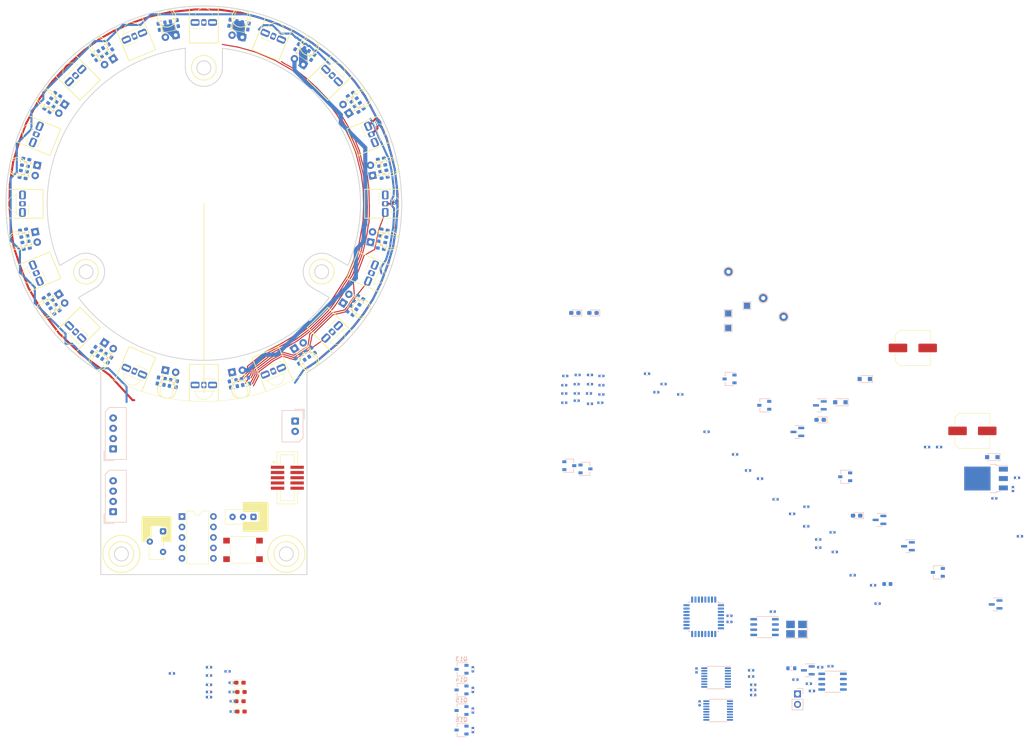
<source format=kicad_pcb>
(kicad_pcb (version 20211014) (generator pcbnew)
  (layers (0 "F.Cu" signal) (31 "B.Cu" signal) (34 "B.Paste" user) (35 "F.Paste" user) (36 "B.SilkS" user "B.Silkscreen") (37 "F.SilkS" user "F.Silkscreen") (38 "B.Mask" user) (39 "F.Mask" user) (44 "Edge.Cuts" user))
  (net 0 "")
  (net 1 "/S-S")
  (net 2 "Net-(C1-Pad2)")
  (net 3 "/3.3VBUS")
  (net 4 "GND")
  (net 5 "+3.3V")
  (net 6 "VDD")
  (net 7 "/3.3VSYS")
  (net 8 "Net-(C13-Pad2)")
  (net 9 "Net-(C14-Pad2)")
  (net 10 "OSC_IN")
  (net 11 "NRST")
  (net 12 "Net-(D3-Pad2)")
  (net 13 "Net-(D4-Pad2)")
  (net 14 "Net-(D5-Pad2)")
  (net 15 "Net-(D6-Pad2)")
  (net 16 "Net-(D8-Pad2)")
  (net 17 "Net-(D9-Pad2)")
  (net 18 "Net-(D10-Pad2)")
  (net 19 "Net-(D11-Pad2)")
  (net 20 "Net-(H2-Pad1)")
  (net 21 "/5VBAT")
  (net 23 "TCK")
  (net 24 "TMS")
  (net 26 "MainRX_STLinkTX")
  (net 27 "MainTX_STLinkRX")
  (net 29 "RS485_A")
  (net 30 "RS485_B")
  (net 31 "Net-(JP1-Pad2)")
  (net 32 "主電源スイッチ")
  (net 33 "Net-(Q2-Pad3)")
  (net 34 "/3.3V_IND")
  (net 35 "Net-(Q5-Pad1)")
  (net 36 "Net-(Q10-Pad3)")
  (net 37 "Net-(Q11-Pad1)")
  (net 38 "Net-(Q10-Pad1)")
  (net 39 "Net-(Q12-Pad1)")
  (net 40 "Net-(Q12-Pad3)")
  (net 41 "IR_emit0")
  (net 42 "Blightness_Max")
  (net 43 "IR_emit1")
  (net 44 "Blightness_2nd")
  (net 45 "IR_emit2")
  (net 46 "Blightness_3rd")
  (net 47 "IR_emit3")
  (net 48 "Blightness_Min")
  (net 49 "DIP_SW0")
  (net 50 "DIP_SW1")
  (net 51 "DIP_SW2")
  (net 52 "Slide_SW0")
  (net 53 "DIP_SW3")
  (net 54 "DIP_SW4")
  (net 55 "LED0")
  (net 56 "LED1")
  (net 57 "LED2")
  (net 58 "MonitorLED0")
  (net 59 "Mux_OUT0")
  (net 60 "Mux_OUT1")
  (net 61 "MainTX_RS485RX")
  (net 62 "Net-(D12-Pad1)")
  (net 63 "Net-(D13-Pad1)")
  (net 64 "Net-(D14-Pad1)")
  (net 65 "Net-(D15-Pad1)")
  (net 66 "Net-(D16-Pad1)")
  (net 67 "Net-(D17-Pad1)")
  (net 68 "Net-(D18-Pad1)")
  (net 69 "Net-(D19-Pad1)")
  (net 70 "Net-(D20-Pad1)")
  (net 71 "Net-(D21-Pad1)")
  (net 72 "Net-(D22-Pad1)")
  (net 73 "Net-(D23-Pad1)")
  (net 74 "Net-(D24-Pad1)")
  (net 75 "Net-(D25-Pad1)")
  (net 76 "Net-(D26-Pad1)")
  (net 77 "Net-(D27-Pad1)")
  (net 79 "IR_rcpt0")
  (net 80 "IR_rcpt1")
  (net 81 "IR_rcpt2")
  (net 82 "IR_rcpt3")
  (net 83 "IR_rcpt4")
  (net 84 "IR_rcpt5")
  (net 85 "IR_rcpt6")
  (net 86 "IR_rcpt7")
  (net 87 "IR_rcpt8")
  (net 88 "IR_rcpt9")
  (net 89 "IR_rcpt10")
  (net 90 "IR_rcpt11")
  (net 91 "IR_rcpt12")
  (net 92 "IR_rcpt13")
  (net 93 "IR_rcpt14")
  (net 94 "IR_rcpt15")
  (net 95 "Mux_IN2")
  (net 96 "Mux_IN1")
  (net 97 "Mux_IN0")
  (net 99 "Net-(U22-Pad2)")
  (net 101 "Net-(U22-Pad3)")
  (net 128 "MainRX_RS485TX")
  (net 130 "Net-(U22-Pad6)")
  (footprint "TSSP58038:TSSP58038_LongPad" (layer "F.Cu") (at -31.112697 -31.12521 -135)
    (fp_text reference "U12" hide)
    (fp_text value "TSSP58038")
  )
  (footprint "LED_3.0mm_Center:LED_D3.0mm_Horizontal_O1.27mm_Z2.0mm" (layer "F.Cu") (at 24.445096 36.572112 33.75)
    (fp_text reference "D13" hide)
    (fp_text value "LED")
  )
  (footprint "LED_3.0mm_Center:LED_D3.0mm_Horizontal_O1.27mm_Z2.0mm" (layer "F.Cu") (at -24.445089 -36.597175 -146.25)
    (fp_text reference "D21" hide)
    (fp_text value "LED")
  )
  (footprint "Slide_Switch:3P_SPDT_SlideSwitch" (layer "F.Cu") (at 9.5 76 -90)
    (fp_text reference "SW2" hide)
    (fp_text value "SW_SPDT")
  )
  (footprint "LED_3.0mm_Center:LED_D3.0mm_Horizontal_O1.27mm_Z2.0mm" (layer "F.Cu") (at -8.583968 -43.167104 -168.75)
    (fp_text reference "D20" hide)
    (fp_text value "LED")
  )
  (footprint "BoxHeader_1.27mm:BoxHeader_2x05_P1.27mm_Vertical_SMD" (layer "F.Cu") (at 20.25 66.5)
    (fp_text reference "J2" hide)
    (fp_text value "Conn_01x10_Male")
  )
  (footprint "LED_3.0mm_Center:LED_D3.0mm_Horizontal_O1.27mm_Z2.0mm" (layer "F.Cu") (at 43.154558 -8.596526 101.25)
    (fp_text reference "D16" hide)
    (fp_text value "LED")
  )
  (footprint "Capacitor_SMD:C_Elec_8x10.2" (layer "F.Cu") (at 171.97 35)
    (fp_text reference "C28" hide)
    (fp_text value "470uF")
  )
  (footprint "LED_3.0mm_Center:LED_D3.0mm_Horizontal_O1.27mm_Z2.0mm" (layer "F.Cu") (at 8.58398 43.142001 11.3)
    (fp_text reference "D12" hide)
    (fp_text value "LED")
  )
  (footprint "Package_DIP:DIP-10_W7.62mm" (layer "F.Cu") (at -5.3 75.912488)
    (fp_text reference "SW1" hide)
    (fp_text value "SW_DIP_x05")
  )
  (footprint "LED_3.0mm_Center:LED_D3.0mm_Horizontal_O1.27mm_Z2.0mm" (layer "F.Cu") (at 36.584669 -24.457641 123.75)
    (fp_text reference "D17" hide)
    (fp_text value "LED")
  )
  (footprint "LED_SMD:LED_0603_1608Metric_Pad1.05x0.95mm_HandSolder" (layer "F.Cu") (at 9 123.25)
    (fp_text reference "D5" hide)
    (fp_text value "Red")
  )
  (footprint "TSSP58038:TSSP58038_LongPad" (layer "F.Cu") (at 31.112704 31.100147 45)
    (fp_text reference "U3" hide)
    (fp_text value "TSSP58038")
  )
  (footprint "Button_Switch_SMD:SW_SPST_Omron_B3FS-100xP" (layer "F.Cu") (at 9.5 84.012512 180)
    (fp_text reference "SW4" hide)
    (fp_text value "SW_SPST")
  )
  (footprint "LED_3.0mm_Center:LED_D3.0mm_Horizontal_O1.27mm_Z2.0mm" (layer "F.Cu") (at -24.445084 36.572112 -33.75)
    (fp_text reference "D26" hide)
    (fp_text value "LED")
  )
  (footprint "TSSP58038:TSSP58038_LongPad" (layer "F.Cu") (at 0.000006 -44.01255 180)
    (fp_text reference "U10" hide)
    (fp_text value "TSSP58038")
  )
  (footprint "LED_3.0mm_Center:LED_D3.0mm_Horizontal_O1.27mm_Z2.0mm" (layer "F.Cu") (at -8.583968 43.142 -11.25)
    (fp_text reference "D27" hide)
    (fp_text value "LED")
  )
  (footprint "LED_3.0mm_Center:LED_D3.0mm_Horizontal_O1.27mm_Z2.0mm" (layer "F.Cu") (at 24.445096 -36.597213 146.25)
    (fp_text reference "D18" hide)
    (fp_text value "LED")
  )
  (footprint "LED_SMD:LED_0603_1608Metric_Pad1.05x0.95mm_HandSolder" (layer "F.Cu") (at 9 118.5)
    (fp_text reference "D3" hide)
    (fp_text value "Red")
  )
  (footprint "LED_3.0mm_Center:LED_D3.0mm_Horizontal_O1.27mm_Z2.0mm" (layer "F.Cu") (at 8.58398 -43.167104 168.75)
    (fp_text reference "D19" hide)
    (fp_text value "LED")
  )
  (footprint "LED_3.0mm_Center:LED_D3.0mm_Horizontal_O1.27mm_Z2.0mm" (layer "F.Cu") (at 36.584669 24.432539 56.25)
    (fp_text reference "D14" hide)
    (fp_text value "LED")
  )
  (footprint "TSSP58038:TSSP58038_LongPad" (layer "F.Cu") (at 31.112703 -31.125248 135)
    (fp_text reference "U8" hide)
    (fp_text value "TSSP58038")
  )
  (footprint "TSSP58038:TSSP58038_LongPad" (layer "F.Cu") (at -16.838065 -40.663248 -157.5)
    (fp_text reference "U11" hide)
    (fp_text value "TSSP58038")
  )
  (footprint "TSSP58038:TSSP58038_LongPad" (layer "F.Cu") (at -31.112692 31.100147 -45)
    (fp_text reference "U16" hide)
    (fp_text value "TSSP58038")
  )
  (footprint "LED_SMD:LED_0603_1608Metric_Pad1.05x0.95mm_HandSolder" (layer "F.Cu") (at 8.75 116.25)
    (fp_text reference "D6" hide)
    (fp_text value "Yellow")
  )
  (footprint "Capacitor_SMD:C_Elec_8x10.2" (layer "F.Cu") (at 186.42 55.13)
    (fp_text reference "C27" hide)
    (fp_text value "470uF")
  )
  (footprint "LED_3.0mm_Center:LED_D3.0mm_Horizontal_O1.27mm_Z2.0mm" (layer "F.Cu") (at 43.154558 8.571424 78.75)
    (fp_text reference "D15" hide)
    (fp_text value "LED")
  )
  (footprint "TSSP58038:TSSP58038_LongPad" (layer "F.Cu") (at -40.650699 -16.850583 -112.5)
    (fp_text reference "U13" hide)
    (fp_text value "TSSP58038")
  )
  (footprint "LED_3.0mm_Center:LED_D3.0mm_Horizontal_O1.27mm_Z2.0mm" (layer "F.Cu") (at -36.584662 -24.457601 -123.75)
    (fp_text reference "D22" hide)
    (fp_text value "LED")
  )
  (footprint "TSSP58038:TSSP58038_LongPad" (layer "F.Cu") (at 44.000005 -0.01255 90)
    (fp_text reference "U6" hide)
    (fp_text value "TSSP58038")
  )
  (footprint "LED_3.0mm_Center:LED_D3.0mm_Horizontal_O1.27mm_Z2.0mm" (layer "F.Cu") (at -43.154551 8.571463 -78.75)
    (fp_text reference "D24" hide)
    (fp_text value "LED")
  )
  (footprint "TSSP58038:TSSP58038_LongPad" (layer "F.Cu") (at 16.838077 40.638148 22.5)
    (fp_text reference "U2" hide)
    (fp_text value "TSSP58038")
  )
  (footprint "LED_3.0mm_Center:LED_D3.0mm_Horizontal_O1.27mm_Z2.0mm" (layer "F.Cu") (at -43.154551 -8.596486 -101.25)
    (fp_text reference "D23" hide)
    (fp_text value "LED")
  )
  (footprint "TSSP58038:TSSP58038_LongPad" (layer "F.Cu") (at -16.838065 40.638148 -22.5)
    (fp_text reference "U17" hide)
    (fp_text value "TSSP58038")
  )
  (footprint "TSSP58038:TSSP58038_LongPad" (layer "F.Cu") (at -43.999999 -0.012513 -90)
    (fp_text reference "U14" hide)
    (fp_text value "TSSP58038")
  )
  (footprint "TSSP58038:TSSP58038_LongPad" (layer "F.Cu") (at 40.650705 16.82552 67.5)
    (fp_text reference "U4" hide)
    (fp_text value "TSSP58038")
  )
  (footprint "TSSP58038:TSSP58038_LongPad" (layer "F.Cu") (at -40.650692 16.82552 -67.5)
    (fp_text reference "U15" hide)
    (fp_text value "TSSP58038")
  )
  (footprint "TSSP58038:TSSP58038_LongPad" (layer "F.Cu") (at 0.000006 43.987449)
    (fp_text reference "U1" hide)
    (fp_text value "TSSP58038")
  )
  (footprint "Slide_Switch:SW_Slide_SPDT_White" (layer "F.Cu") (at -11.5 82)
    (fp_text reference "SW3" hide)
    (fp_text value "SW_SPDT_White")
  )
  (footprint "LED_SMD:LED_0603_1608Metric_Pad1.05x0.95mm_HandSolder" (layer "F.Cu") (at 8.75 120.75)
    (fp_text reference "D4" hide)
    (fp_text value "Red")
  )
  (footprint "LED_3.0mm_Center:LED_D3.0mm_Horizontal_O1.27mm_Z2.0mm" (layer "F.Cu") (at -36.584657 24.432539 -56.25)
    (fp_text reference "D25" hide)
    (fp_text value "LED")
  )
  (footprint "TSSP58038:TSSP58038_LongPad" (layer "F.Cu") (at 16.838077 -40.663248 157.5)
    (fp_text reference "U9" hide)
    (fp_text value "TSSP58038")
  )
  (footprint "TSSP58038:TSSP58038_LongPad" (layer "F.Cu") (at 40.650705 -16.850621 112.5)
    (fp_text reference "U7" hide)
    (fp_text value "TSSP58038")
  )
  (footprint "Capacitor_SMD:C_0402_1005Metric" (layer "B.Cu") (at 96.418302 46.294449 180)
    (fp_text reference "C21" hide)
    (fp_text value "0.1uF")
  )
  (footprint "Capacitor_SMD:C_0402_1005Metric" (layer "B.Cu") (at 93.668302 43.794449 180)
    (fp_text reference "C16" hide)
    (fp_text value "0.1uF")
  )
  (footprint "Resistor_SMD:R_0603_1608Metric" (layer "B.Cu") (at 26.16 -36.62 -33.75)
    (fp_text reference "R57" hide)
    (fp_text value "51")
  )
  (footprint "Resistor_SMD:R_0402_1005Metric" (layer "B.Cu") (at 115.56 46.27 180)
    (fp_text reference "R18" hide)
    (fp_text value "10k")
  )
  (footprint "Capacitor_SMD:C_0402_1005Metric" (layer "B.Cu") (at 127.5 101.5)
    (fp_text reference "C25" hide)
    (fp_text value "0.1uF")
  )
  (footprint "Package_TO_SOT_SMD:SOT-23W" (layer "B.Cu") (at 62.5 113 180)
    (fp_text reference "Q13")
    (fp_text value "SSM3K345R")
  )
  (footprint "Resistor_SMD:R_0402_1005Metric" (layer "B.Cu") (at 175.43 59.05 180)
    (fp_text reference "R19" hide)
    (fp_text value "1k")
  )
  (footprint "Resistor_SMD:R_0603_1608Metric" (layer "B.Cu") (at 36.53 26.31 -123.75)
    (fp_text reference "R41" hide)
    (fp_text value "51")
  )
  (footprint "Resistor_SMD:R_0603_1608Metric" (layer "B.Cu") (at -25.612479 35.203294 146.25)
    (fp_text reference "R89" hide)
    (fp_text value "51")
  )
  (footprint "Capacitor_SMD:C_0402_1005Metric" (layer "B.Cu") (at 90.418302 43.794449 180)
    (fp_text reference "C10" hide)
    (fp_text value "0.1uF")
  )
  (footprint "Resistor_SMD:R_0402_1005Metric" (layer "B.Cu") (at 133.25 118 180)
    (fp_text reference "R104" hide)
    (fp_text value "5.1k")
  )
  (footprint "Resistor_SMD:R_0402_1005Metric" (layer "B.Cu") (at 6.75 118.5 180)
    (fp_text reference "R12" hide)
    (fp_text value "1k")
  )
  (footprint "Capacitor_SMD:C_0402_1005Metric" (layer "B.Cu") (at 120.25 121.25 -90)
    (fp_text reference "C31" hide)
    (fp_text value "0.1uF")
  )
  (footprint "Resistor_SMD:R_0603_1608Metric" (layer "B.Cu") (at 37.05 -22.98 -56.25)
    (fp_text reference "R60" hide)
    (fp_text value "75")
  )
  (footprint "Capacitor_SMD:C_0402_1005Metric" (layer "B.Cu") (at 96.168302 48.294449 180)
    (fp_text reference "C22" hide)
    (fp_text value "0.1uF")
  )
  (footprint "Resistor_SMD:R_0603_1608Metric" (layer "B.Cu") (at 36.627571 -26.293986 123.75)
    (fp_text reference "R68" hide)
    (fp_text value "120")
  )
  (footprint "Capacitor_SMD:C_0402_1005Metric" (layer "B.Cu") (at 152.49 79.75 180)
    (fp_text reference "C14" hide)
    (fp_text value "1uF")
  )
  (footprint "Resistor_SMD:R_0603_1608Metric" (layer "B.Cu") (at 7.204802 -44.510851 168.75)
    (fp_text reference "R70" hide)
    (fp_text value "120")
  )
  (footprint "TestPoint:TestPoint_THTPad_D2.0mm_Drill1.0mm" (layer "B.Cu") (at 140.63 27.43 180)
    (fp_text reference "TP1" hide)
    (fp_text value "TestPoint")
  )
  (footprint "Resistor_SMD:R_0603_1608Metric" (layer "B.Cu") (at 23.76 38.33 -146.25)
    (fp_text reference "R40" hide)
    (fp_text value "51")
  )
  (footprint "Capacitor_SMD:C_0402_1005Metric" (layer "B.Cu") (at 152 112.25 180)
    (fp_text reference "C29" hide)
    (fp_text value "0.1uF")
  )
  (footprint "TestPoint:TestPoint_Pad_1.5x1.5mm" (layer "B.Cu") (at 127.19 26.61 180)
    (fp_text reference "H2" hide)
    (fp_text value "MountingHole_Pad")
  )
  (footprint "Resistor_SMD:R_0402_1005Metric" (layer "B.Cu") (at 132 64.73 180)
    (fp_text reference "R8" hide)
    (fp_text value "10k")
  )
  (footprint "Resistor_SMD:R_0603_1608Metric" (layer "B.Cu") (at 35.29 25.47 -123.75)
    (fp_text reference "R45" hide)
    (fp_text value "75")
  )
  (footprint "Package_TO_SOT_SMD:SOT-23W" (layer "B.Cu") (at 62.5 123 180)
    (fp_text reference "Q15")
    (fp_text value "SSM3K345R")
  )
  (footprint "Resistor_SMD:R_0603_1608Metric" (layer "B.Cu") (at 9.957607 42.371524 11.25)
    (fp_text reference "R47" hide)
    (fp_text value "100")
  )
  (footprint "Resistor_SMD:R_0402_1005Metric" (layer "B.Cu") (at 107.5 41.25 180)
    (fp_text reference "R30" hide)
    (fp_text value "1k")
  )
  (footprint "Resistor_SMD:R_0603_1608Metric" (layer "B.Cu") (at -43.083112 -6.956939 -101.25)
    (fp_text reference "R78" hide)
    (fp_text value "75")
  )
  (footprint "Resistor_SMD:R_0603_1608Metric" (layer "B.Cu") (at 25.335996 -35.37248 -33.75)
    (fp_text reference "R61" hide)
    (fp_text value "75")
  )
  (footprint "Connector_Molex:Molex_SPOX_5267-04A_1x04_P2.50mm_Vertical" (layer "B.Cu") (at -22 74.75 90)
    (fp_text reference "J4" hide)
    (fp_text value "Conn_01x04_Male")
  )
  (footprint "Resistor_SMD:R_0603_1608Metric" (layer "B.Cu") (at 43.83 10.22 -101.25)
    (fp_text reference "R42" hide)
    (fp_text value "51")
  )
  (footprint "Resistor_SMD:R_0603_1608Metric" (layer "B.Cu") (at -23.951424 38.11721 -33.75)
    (fp_text reference "R101" hide)
    (fp_text value "120")
  )
  (footprint "Resistor_SMD:R_0603_1608Metric" (layer "B.Cu") (at -38.216643 -23.767061 -123.75)
    (fp_text reference "R73" hide)
    (fp_text value "51")
  )
  (footprint "Resistor_SMD:R_0402_1005Metric" (layer "B.Cu") (at 162.33 92.6 180)
    (fp_text reference "R20" hide)
    (fp_text value "10k")
  )
  (footprint "Capacitor_SMD:C_0402_1005Metric" (layer "B.Cu") (at 90.438302 47.794449 180)
    (fp_text reference "C12" hide)
    (fp_text value "0.1uF")
  )
  (footprint "Resistor_SMD:R_0402_1005Metric" (layer "B.Cu") (at 146.75 116.5 180)
    (fp_text reference "R38" hide)
    (fp_text value "120")
  )
  (footprint "Resistor_SMD:R_0402_1005Metric" (layer "B.Cu") (at -7.75 114 180)
    (fp_text reference "R10" hide)
    (fp_text value "10k")
  )
  (footprint "Resistor_SMD:R_0402_1005Metric" (layer "B.Cu") (at 157.38 90.16 180)
    (fp_text reference "R27" hide)
    (fp_text value "10k")
  )
  (footprint "Capacitor_SMD:C_0402_1005Metric" (layer "B.Cu") (at 93.668302 48.544449 180)
    (fp_text reference "C18" hide)
    (fp_text value "0.1uF")
  )
  (footprint "Resistor_SMD:R_0402_1005Metric" (layer "B.Cu") (at 65.25 127.75 -90)
    (fp_text reference "R109" hide)
    (fp_text value "10k")
  )
  (footprint "Resistor_SMD:R_0603_1608Metric" (layer "B.Cu") (at 38.294278 -23.799578 -56.25)
    (fp_text reference "R56" hide)
    (fp_text value "51")
  )
  (footprint "Capacitor_SMD:C_0402_1005Metric" (layer "B.Cu") (at 109.76 45.74 180)
    (fp_text reference "C2" hide)
    (fp_text value "0.1uF")
  )
  (footprint "Resistor_SMD:R_0402_1005Metric" (layer "B.Cu") (at 143.5 115.5 180)
    (fp_text reference "R35" hide)
    (fp_text value "20k")
  )
  (footprint "Resistor_SMD:R_0402_1005Metric" (layer "B.Cu") (at 133.25 119.25 180)
    (fp_text reference "R105" hide)
    (fp_text value "5.1k")
  )
  (footprint "Package_TO_SOT_SMD:SOT-23W" (layer "B.Cu") (at 88.64 63.57)
    (fp_text reference "Q3" hide)
    (fp_text value "SSM3J332R")
  )
  (footprint "Resistor_SMD:R_0603_1608Metric" (layer "B.Cu") (at 6.912165 -43.039672 168.75)
    (fp_text reference "R66" hide)
    (fp_text value "100")
  )
  (footprint "Resistor_SMD:R_0603_1608Metric" (layer "B.Cu") (at 22.841586 -37.039191 146.25)
    (fp_text reference "R65" hide)
    (fp_text value "100")
  )
  (footprint "Resistor_SMD:R_0402_1005Metric" (layer "B.Cu") (at 197.25 66.5 180)
    (fp_text reference "R17" hide)
    (fp_text value "10k")
  )
  (footprint "Resistor_SMD:R_0603_1608Metric" (layer "B.Cu") (at -9.957607 -42.371524 -168.75)
    (fp_text reference "R79" hide)
    (fp_text value "100")
  )
  (footprint "Capacitor_SMD:C_0402_1005Metric" (layer "B.Cu") (at 87.418302 44.044449 180)
    (fp_text reference "C4" hide)
    (fp_text value "0.1uF")
  )
  (footprint "Resistor_SMD:R_0402_1005Metric" (layer "B.Cu") (at 149.03 81.48 180)
    (fp_text reference "R26" hide)
    (fp_text value "10k")
  )
  (footprint "TestPoint:TestPoint_THTPad_D2.0mm_Drill1.0mm" (layer "B.Cu") (at 135.68 22.9 180)
    (fp_text reference "TP3" hide)
    (fp_text value "TestPoint")
  )
  (footprint "Diode_SMD:D_SOD-323_HandSoldering" (layer "B.Cu") (at 160.32 42.53 180)
    (fp_text reference "D1" hide)
    (fp_text value "1N5819WS")
  )
  (footprint "Resistor_SMD:R_0402_1005Metric" (layer "B.Cu") (at 1.25 119.75 180)
    (fp_text reference "R9" hide)
    (fp_text value "10k")
  )
  (footprint "Resistor_SMD:R_0603_1608Metric" (layer "B.Cu") (at 22.93 37.07 -146.25)
    (fp_text reference "R44" hide)
    (fp_text value "75")
  )
  (footprint "Resistor_SMD:R_0603_1608Metric" (layer "B.Cu") (at -44.435093 7.272092 101.25)
    (fp_text reference "R95" hide)
    (fp_text value "100")
  )
  (footprint "Capacitor_SMD:C_0402_1005Metric" (layer "B.Cu") (at 96.438302 44.044449 180)
    (fp_text reference "C20" hide)
    (fp_text value "0.1uF")
  )
  (footprint "Capacitor_SMD:C_0402_1005Metric" (layer "B.Cu") (at 146.15 73.53 180)
    (fp_text reference "C1" hide)
    (fp_text value "1uF")
  )
  (footprint "Capacitor_SMD:C_0402_1005Metric" (layer "B.Cu") (at 87.418302 46.044449 180)
    (fp_text reference "C5" hide)
    (fp_text value "0.1uF")
  )
  (footprint "Package_TO_SOT_SMD:SOT-23W" (layer "B.Cu") (at 62.5 127.75 180)
    (fp_text reference "Q16")
    (fp_text value "SSM3K345R")
  )
  (footprint "Resistor_SMD:R_0603_1608Metric" (layer "B.Cu") (at -43.849823 10.214448 -78.75)
    (fp_text reference "R87" hide)
    (fp_text value "51")
  )
  (footprint "Resistor_SMD:R_0603_1608Metric" (layer "B.Cu") (at 142.5 112.75 180)
    (fp_text reference "R34" hide)
    (fp_text value "7.5k")
  )
  (footprint "Resistor_SMD:R_0402_1005Metric" (layer "B.Cu") (at 138.68 71.74 180)
    (fp_text reference "R23" hide)
    (fp_text value "10k")
  )
  (footprint "Resistor_SMD:R_0603_1608Metric" (layer "B.Cu") (at 44.421624 7.275965 78.75)
    (fp_text reference "R54" hide)
    (fp_text value "120")
  )
  (footprint "LED_SMD:LED_0603_1608Metric_Pad1.05x0.95mm_HandSolder" (layer "B.Cu") (at 149.485 52.45 180)
    (fp_text reference "D8" hide)
    (fp_text value "Green")
  )
  (footprint "Package_TO_SOT_SMD:SOT-23" (layer "B.Cu") (at 170.79 83.13 180)
    (fp_text reference "Q5" hide)
    (fp_text value "S8050")
  )
  (footprint "Package_TO_SOT_SMD:SOT-23W" (layer "B.Cu") (at 127.51 42.52 180)
    (fp_text reference "Q6" hide)
    (fp_text value "SSM3J332R")
  )
  (footprint "Resistor_SMD:R_0402_1005Metric" (layer "B.Cu") (at 65.25 113 -90)
    (fp_text reference "R106" hide)
    (fp_text value "10k")
  )
  (footprint "Resistor_SMD:R_0603_1608Metric" (layer "B.Cu") (at -43.969019 -10.191931 78.75)
    (fp_text reference "R82" hide)
    (fp_text value "100")
  )
  (footprint "Resistor_SMD:R_0603_1608Metric" (layer "B.Cu") (at -44.554291 -7.249576 -101.25)
    (fp_text reference "R74" hide)
    (fp_text value "51")
  )
  (footprint "Resistor_SMD:R_0603_1608Metric" (layer "B.Cu") (at 42.35 9.92 -101.25)
    (fp_text reference "R46" hide)
    (fp_text value "75")
  )
  (footprint "Resistor_SMD:R_0402_1005Metric" (layer "B.Cu") (at 6.75 116.25 180)
    (fp_text reference "R15" hide)
    (fp_text value "1k")
  )
  (footprint "Diode_SMD:D_SOD-323_HandSoldering" (layer "B.Cu") (at 191.25 61.5 180)
    (fp_text reference "D2" hide)
    (fp_text value "1N5819WS")
  )
  (footprint "Resistor_SMD:R_0402_1005Metric" (layer "B.Cu") (at 149.03 83.47 180)
    (fp_text reference "R11" hide)
    (fp_text value "10k")
  )
  (footprint "Resistor_SMD:R_0603_1608Metric" (layer "B.Cu") (at -36.715053 26.049895 -56.25)
    (fp_text reference "R100" hide)
    (fp_text value "120")
  )
  (footprint "Package_TO_SOT_SMD:SOT-23W" (layer "B.Cu") (at 92.563142 64.350361)
    (fp_text reference "Q1" hide)
    (fp_text value "SSM3J332R")
  )
  (footprint "Resistor_SMD:R_0402_1005Metric" (layer "B.Cu") (at 178.34 59.05 180)
    (fp_text reference "R1" hide)
    (fp_text value "10k")
  )
  (footprint "Capacitor_SMD:C_0402_1005Metric" (layer "B.Cu") (at 191.75 71.5 180)
    (fp_text reference "C8" hide)
    (fp_text value "1uF")
  )
  (footprint "Resistor_SMD:R_0402_1005Metric" (layer "B.Cu") (at 7 120.75 180)
    (fp_text reference "R13" hide)
    (fp_text value "1k")
  )
  (footprint "Capacitor_SMD:C_0402_1005Metric" (layer "B.Cu") (at 119.5 113.25 -90)
    (fp_text reference "C30" hide)
    (fp_text value "0.1uF")
  )
  (footprint "Resistor_SMD:R_0402_1005Metric" (layer "B.Cu") (at 163.43 97.05 180)
    (fp_text reference "R21" hide)
    (fp_text value "10k")
  )
  (footprint "Resistor_SMD:R_0603_1608Metric" (layer "B.Cu") (at 26.241477 36.654963 -146.25)
    (fp_text reference "R52" hide)
    (fp_text value "120")
  )
  (footprint "Package_TO_SOT_SMD:SOT-23" (layer "B.Cu") (at 143.97 55.38 180)
    (fp_text reference "Q7" hide)
    (fp_text value "S8050")
  )
  (footprint "Resistor_SMD:R_0402_1005Metric" (layer "B.Cu") (at 1.25 114.5 180)
    (fp_text reference "R3" hide)
    (fp_text value "10k")
  )
  (footprint "Resistor_SMD:R_0402_1005Metric" (layer "B.Cu") (at 1.25 112.5 180)
    (fp_text reference "R2" hide)
    (fp_text value "10k")
  )
  (footprint "Package_SO:SOP-8_3.9x4.9mm_P1.27mm" (layer "B.Cu") (at 136 102.75 180)
    (fp_text reference "U22" hide)
    (fp_text value "NJU6319AE")
  )
  (footprint "Resistor_SMD:R_0603_1608Metric" (layer "B.Cu") (at 23.674944 -38.286396 146.25)
    (fp_text reference "R69" hide)
    (fp_text value "120")
  )
  (footprint "Capacitor_SMD:C_0402_1005Metric" (layer "B.Cu") (at 127.5 100)
    (fp_text reference "C26" hide)
    (fp_text value "1uF")
  )
  (footprint "Resistor_SMD:R_0402_1005Metric" (layer "B.Cu") (at 111.51 43.76 180)
    (fp_text reference "R29" hide)
    (fp_text value "1k")
  )
  (footprint "Capacitor_SMD:C_0402_1005Metric" (layer "B.Cu") (at 90.668302 41.544449 180)
    (fp_text reference "C9" hide)
    (fp_text value "0.1uF")
  )
  (footprint "Resistor_SMD:R_0603_1608Metric" (layer "B.Cu") (at -25.41451 -35.335572 -146.25)
    (fp_text reference "R76" hide)
    (fp_text value "75")
  )
  (footprint "Resistor_SMD:R_0603_1608Metric" (layer "B.Cu") (at -26.445834 36.450498 146.25)
    (fp_text reference "R93" hide)
    (fp_text value "75")
  )
  (footprint "Connector_Molex:Molex_SPOX_5267-04A_1x04_P2.50mm_Vertical" (layer "B.Cu") (at -22 59.5 90)
    (fp_text reference "J3" hide)
    (fp_text value "Conn_01x04_Male")
  )
  (footprint "Resistor_SMD:R_0402_1005Metric" (layer "B.Cu") (at 5.75 113.5 180)
    (fp_text reference "R6" hide)
    (fp_text value "10k")
  )
  (footprint "Crystal:Crystal_SMD_3225-4Pin_3.2x2.5mm_HandSoldering" (layer "B.Cu") (at 143.75 103.25 180)
    (fp_text reference "Y1" hide)
    (fp_text value "16MHz")
  )
  (footprint "Connector_Molex:Molex_SPOX_5267-02A_1x02_P2.50mm_Vertical" (layer "B.Cu") (at 22.15 52.75 -90)
    (fp_text reference "J1" hide)
    (fp_text value "Conn_01x02_Male")
  )
  (footprint "Package_SO:TSSOP-16_4.4x5mm_P0.65mm" (layer "B.Cu") (at 124.75 123 180)
    (fp_text reference "U19" hide)
    (fp_text value "74HC4051")
  )
  (footprint "Resistor_SMD:R_0402_1005Metric" (layer "B.Cu") (at 146.12 78.29 180)
    (fp_text reference "R24" hide)
    (fp_text value "10k")
  )
  (footprint "TestPoint:TestPoint_Pad_1.5x1.5mm" (layer "B.Cu") (at 127.19 30.16 180)
    (fp_text reference "H1" hide)
    (fp_text value "MountingHole_Pad")
  )
  (footprint "LED_SMD:LED_0603_1608Metric_Pad1.05x0.95mm_HandSolder" (layer "B.Cu") (at 90 26.5 180)
    (fp_text reference "D10" hide)
    (fp_text value "Green")
  )
  (footprint "Capacitor_SMD:C_0402_1005Metric" (layer "B.Cu") (at 90.438302 46.044449 180)
    (fp_text reference "C11" hide)
    (fp_text value "0.1uF")
  )
  (footprint "Resistor_SMD:R_0603_1608Metric" (layer "B.Cu") (at -36.549931 -26.26147 56.25)
    (fp_text reference "R81" hide)
    (fp_text value "100")
  )
  (footprint "Resistor_SMD:R_0402_1005Metric" (layer "B.Cu") (at 134.91 66.72 180)
    (fp_text reference "R25" hide)
    (fp_text value "10k")
  )
  (footprint "Resistor_SMD:R_0603_1608Metric" (layer "B.Cu") (at 42.96 -7.01 -78.75)
    (fp_text reference "R59" hide)
    (fp_text value "75")
  )
  (footprint "Resistor_SMD:R_0603_1608Metric" (layer "B.Cu") (at 25.408122 35.407757 33.75)
    (fp_text reference "R48" hide)
    (fp_text value "100")
  )
  (footprint "Resistor_SMD:R_0603_1608Metric" (layer "B.Cu") (at -42.497841 -9.899295 78.75)
    (fp_text reference "R86" hide)
    (fp_text value "120")
  )
  (footprint "Capacitor_SMD:C_0603_1608Metric" (layer "B.Cu") (at 165.79 92.29 180)
    (fp_text reference "C13" hide)
    (fp_text value "ADJ_ST")
  )
  (footprint "Capacitor_SMD:C_0402_1005Metric" (layer "B.Cu") (at 93.668302 41.544449 180)
    (fp_text reference "C15" hide)
    (fp_text value "0.1uF")
  )
  (footprint "Resistor_SMD:R_0402_1005Metric" (layer "B.Cu") (at 7 123.25 180)
    (fp_text reference "R14" hide)
    (fp_text value "1k")
  )
  (footprint "Resistor_SMD:R_0402_1005Metric" (layer "B.Cu") (at 1.25 118.5 180)
    (fp_text reference "R7" hide)
    (fp_text value "10k")
  )
  (footprint "Resistor_SMD:R_0603_1608Metric" (layer "B.Cu") (at -22.920101 -37.002283 33.75)
    (fp_text reference "R84" hide)
    (fp_text value "120")
  )
  (footprint "TestPoint:TestPoint_Pad_1.5x1.5mm" (layer "B.Cu") (at 131.75 24.75 180)
    (fp_text reference "H3" hide)
    (fp_text value "MountingHole_Pad")
  )
  (footprint "Capacitor_SMD:C_0402_1005Metric" (layer "B.Cu") (at 196.25 69.25 -90)
    (fp_text reference "C7" hide)
    (fp_text value "1uF")
  )
  (footprint "Resistor_SMD:R_0603_1608Metric" (layer "B.Cu") (at 43.842703 -10.250242 101.25)
    (fp_text reference "R67" hide)
    (fp_text value "120")
  )
  (footprint "Resistor_SMD:R_0603_1608Metric" (layer "B.Cu") (at -23.118069 36.870004 -33.75)
    (fp_text reference "R97" hide)
    (fp_text value "100")
  )
  (footprint "Package_SO:TSSOP-16_4.4x5mm_P0.65mm" (layer "B.Cu") (at 124.25 115 180)
    (fp_text reference "U18" hide)
    (fp_text value "74HC4051")
  )
  (footprint "Resistor_SMD:R_0603_1608Metric" (layer "B.Cu") (at -35.467849 25.21654 -56.25)
    (fp_text reference "R96" hide)
    (fp_text value "100")
  )
  (footprint "Resistor_SMD:R_0603_1608Metric" (layer "B.Cu") (at -35.302727 -25.428114 56.25)
    (fp_text reference "R85" hide)
    (fp_text value "120")
  )
  (footprint "Resistor_SMD:R_0402_1005Metric" (layer "B.Cu") (at 132.75 113.25 180)
    (fp_text reference "R32" hide)
    (fp_text value "5.1k")
  )
  (footprint "Package_TO_SOT_SMD:SOT-23" (layer "B.Cu") (at 146.5 113.25 180)
    (fp_text reference "Q12" hide)
    (fp_text value "S8050")
  )
  (footprint "Resistor_SMD:R_0603_1608Metric" (layer "B.Cu") (at -7.307885 -44.427972 11.25)
    (fp_text reference "R75" hide)
    (fp_text value "75")
  )
  (footprint "Capacitor_SMD:C_0402_1005Metric" (layer "B.Cu") (at 96.438302 41.794449 180)
    (fp_text reference "C19" hide)
    (fp_text value "0.1uF")
  )
  (footprint "Resistor_SMD:R_0603_1608Metric" (layer "B.Cu") (at -10.191127 42.325074 168.75)
    (fp_text reference "R90" hide)
    (fp_text value "51")
  )
  (footprint "Resistor_SMD:R_0402_1005Metric" (layer "B.Cu") (at 121.94 55.34 180)
    (fp_text reference "R16" hide)
    (fp_text value "10k")
  )
  (footprint "Resistor_SMD:R_0603_1608Metric" (layer "B.Cu") (at -7.248771 42.910344 -11.25)
    (fp_text reference "R98" hide)
    (fp_text value "100")
  )
  (footprint "Capacitor_SMD:C_0402_1005Metric" (layer "B.Cu") (at 87.418302 48.294449 180)
    (fp_text reference "C6" hide)
    (fp_text value "0.1uF")
  )
  (footprint "Package_QFP:LQFP-32_7x7mm_P0.8mm" (layer "B.Cu") (at 121.25 100.25 180)
    (fp_text reference "U20" hide)
    (fp_text value "STM32C031K4T6")
  )
  (footprint "Resistor_SMD:R_0402_1005Metric" (layer "B.Cu") (at 128.86 60.84 180)
    (fp_text reference "R4" hide)
    (fp_text value "100k")
  )
  (footprint "Package_TO_SOT_SMD:SOT-23" (layer "B.Cu") (at 192.05 97.25 180)
    (fp_text reference "Q9" hide)
    (fp_text value "S8050")
  )
  (footprint "Resistor_SMD:R_0402_1005Metric" (layer "B.Cu") (at 147.5 118.25 180)
    (fp_text reference "R37" hide)
    (fp_text value "2.2k")
  )
  (footprint "Resistor_SMD:R_0603_1608Metric" (layer "B.Cu") (at 10.150852 -43.92095 -11.25)
    (fp_text reference "R58" hide)
    (fp_text value "51")
  )
  (footprint "Resistor_SMD:R_0603_1608Metric" (layer "B.Cu") (at -10.483763 43.796251 168.75)
    (fp_text reference "R94" hide)
    (fp_text value "75")
  )
  (footprint "Capacitor_SMD:C_0402_1005Metric" (layer "B.Cu") (at 87.668302 41.794449 180)
    (fp_text reference "C3" hide)
    (fp_text value "0.1uF")
  )
  (footprint "Package_TO_SOT_SMD:SOT-23" (layer "B.Cu") (at 163.89 76.73 180)
    (fp_text reference "Q11" hide)
    (fp_text value "S8050")
  )
  (footprint "Capacitor_SMD:C_0402_1005Metric" (layer "B.Cu") (at 138 99 180)
    (fp_text reference "C23" hide)
    (fp_text value "0.1uF")
  )
  (footprint "Resistor_SMD:R_0402_1005Metric" (layer "B.Cu") (at 142.69 75.26 180)
    (fp_text reference "R31" hide)
    (fp_text value "1k")
  )
  (footprint "Package_TO_SOT_SMD:SOT-23W" (layer "B.Cu") (at 62.5 118 180)
    (fp_text reference "Q14")
    (fp_text value "SSM3K345R")
  )
  (footprint "Resistor_SMD:R_0603_1608Metric" (layer "B.Cu") (at -36.969438 -22.933705 -123.75)
    (fp_text reference "R77" hide)
    (fp_text value "75")
  )
  (footprint "Resistor_SMD:R_0603_1608Metric" (layer "B.Cu") (at -37.134559 22.722131 123.75)
    (fp_text reference "R88" hide)
    (fp_text value "51")
  )
  (footprint "Package_TO_SOT_SMD:TO-252-3_TabPin2" (layer "B.Cu") (at 189.73 66.69 180)
    (fp_text reference "U5" hide)
    (fp_text value "AZ1084CD-3.3")
  )
  (footprint "Resistor_SMD:R_0603_1608Metric" (layer "B.Cu") (at -23.753456 -38.249488 33.75)
    (fp_text reference "R80" hide)
    (fp_text value "100")
  )
  (footprint "Package_TO_SOT_SMD:SOT-23W" (layer "B.Cu") (at 155.57 66.27 180)
    (fp_text reference "Q4" hide)
    (fp_text value "SSM3J332R")
  )
  (footprint "Resistor_SMD:R_0603_1608Metric" (layer "B.Cu") (at -42.963913 6.979457 101.25)
    (fp_text reference "R99" hide)
    (fp_text value "120")
  )
  (footprint "Resistor_SMD:R_0603_1608Metric" (layer "B.Cu") (at 9.86 -42.45 -11.25)
    (fp_text reference "R62" hide)
    (fp_text value "75")
  )
  (footprint "Resistor_SMD:R_0603_1608Metric" (layer "B.Cu") (at 10.250242 43.842702 11.25)
    (fp_text reference "R51" hide)
    (fp_text value "120")
  )
  (footprint "Resistor_SMD:R_0603_1608Metric" (layer "B.Cu") (at -7.015252 -42.956794 11.25)
    (fp_text reference "R71" hide)
    (fp_text value "51")
  )
  (footprint "LED_SMD:LED_0603_1608Metric_Pad1.05x0.95mm_HandSolder" (layer "B.Cu") (at 158.345 75.7 180)
    (fp_text reference "D11" hide)
    (fp_text value "Green")
  )
  (footprint "Resistor_SMD:R_0603_1608Metric" (layer "B.Cu") (at -38.381764 23.555484 123.75)
    (fp_text reference "R92" hide)
    (fp_text value "75")
  )
  (footprint "Resistor_SMD:R_0603_1608Metric" (layer "B.Cu") (at 42.950446 6.983328 78.75)
    (fp_text reference "R50" hide)
    (fp_text value "100")
  )
  (footprint "Resistor_SMD:R_0603_1608Metric" (layer "B.Cu") (at -42.378644 9.921813 -78.75)
    (fp_text reference "R91" hide)
    (fp_text value "75")
  )
  (footprint "Capacitor_SMD:C_0402_1005Metric" (layer "B.Cu") (at 93.418302 46.044449 180)
    (fp_text reference "C17" hide)
    (fp_text value "0.1uF")
  )
  (footprint "Package_TO_SOT_SMD:SOT-23W" (layer "B.Cu") (at 135.94 48.92 180)
    (fp_text reference "Q8" hide)
    (fp_text value "SSM3J332R")
  )
  (footprint "Resistor_SMD:R_0603_1608Metric" (layer "B.Cu") (at 7.010852 42.96095 -168.75)
    (fp_text reference "R43" hide)
    (fp_text value "75")
  )
  (footprint "Resistor_SMD:R_0402_1005Metric" (layer "B.Cu") (at 133.25 116.75 180)
    (fp_text reference "R103" hide)
    (fp_text value "5.1k")
  )
  (footprint "Resistor_SMD:R_0603_1608Metric" (layer "B.Cu") (at 44.42905 -7.309148 -78.75)
    (fp_text reference "R55" hide)
    (fp_text value "51")
  )
  (footprint "Resistor_SMD:R_0603_1608Metric" (layer "B.Cu") (at -26.247865 -36.582777 -146.25)
    (fp_text reference "R72" hide)
    (fp_text value "51")
  )
  (footprint "Resistor_SMD:R_0402_1005Metric" (layer "B.Cu") (at 197.95 80.71 180)
    (fp_text reference "R28" hide)
    (fp_text value "1k")
  )
  (footprint "Resistor_SMD:R_0402_1005Metric" (layer "B.Cu") (at 149.5 112.5 180)
    (fp_text reference "R36" hide)
    (fp_text value "2.2k")
  )
  (footprint "Resistor_SMD:R_0603_1608Metric" (layer "B.Cu") (at -10.250241 -43.842704 -168.75)
    (fp_text reference "R83" hide)
    (fp_text value "120")
  )
  (footprint "Resistor_SMD:R_0603_1608Metric" (layer "B.Cu") (at 7.307887 44.427973 -168.75)
    (fp_text reference "R39" hide)
    (fp_text value "51")
  )
  (footprint "Resistor_SMD:R_0603_1608Metric" (layer "B.Cu") (at 42.371524 -9.957607 101.25)
    (fp_text reference "R63" hide)
    (fp_text value "100")
  )
  (footprint "Diode_SMD:D_SOD-323_HandSoldering" (layer "B.Cu") (at 154.39 48.18 180)
    (fp_text reference "D7" hide)
    (fp_text value "D_Zener")
  )
  (footprint "Resistor_SMD:R_0402_1005Metric" (layer "B.Cu") (at 153.04 84.51 180)
    (fp_text reference "R22" hide)
    (fp_text value "100k")
  )
  (footprint "Resistor_SMD:R_0603_1608Metric" (layer "B.Cu") (at 35.380366 -25.460632 123.75)
    (fp_text reference "R64" hide)
    (fp_text value "100")
  )
  (footprint "Resistor_SMD:R_0603_1608Metric" (layer "B.Cu") (at 38.191074 23.817601 56.25)
    (fp_text reference "R53" hide)
    (fp_text value "120")
  )
  (footprint "Resistor_SMD:R_0402_1005Metric" (layer "B.Cu") (at 65.25 123 -90)
    (fp_text reference "R108" hide)
    (fp_text value "10k")
  )
  (footprint "Resistor_SMD:R_0603_1608Metric" (layer "B.Cu") (at -7.541407 44.381523 -11.25)
    (fp_text reference "R102" hide)
    (fp_text value "120")
  )
  (footprint "Resistor_SMD:R_0603_1608Metric" (layer "B.Cu") (at 36.94387 22.984244 56.25)
    (fp_text reference "R49" hide)
    (fp_text value "100")
  )
  (footprint "TestPoint:TestPoint_THTPad_D2.0mm_Drill1.0mm" (layer "B.Cu") (at 127.25 16.5 180)
    (fp_text reference "TP2" hide)
    (fp_text value "TestPoint")
  )
  (footprint "Resistor_SMD:R_0402_1005Metric" (layer "B.Cu") (at 132.75 114.75 180)
    (fp_text reference "R33" hide)
    (fp_text value "5.1k")
  )
  (footprint "Package_TO_SOT_SMD:SOT-23" (layer "B.Cu") (at 149.42 48.93 180)
    (fp_text reference "Q2" hide)
    (fp_text value "BSS138")
  )
  (footprint "Package_SO:SOP-8_3.9x4.9mm_P1.27mm" (layer "B.Cu") (at 152.5 116 180)
    (fp_text reference "U21" hide)
    (fp_text value "MAX3485")
  )
  (footprint "Package_TO_SOT_SMD:SOT-23W" (layer "B.Cu") (at 178.04 89.47 180)
    (fp_text reference "Q10" hide)
    (fp_text value "SSM3J332R")
  )
  (footprint "Resistor_SMD:R_0402_1005Metric" (layer "B.Cu") (at 1.25 116.75 180)
    (fp_text reference "R5" hide)
    (fp_text value "10k")
  )
  (footprint "Resistor_SMD:R_0402_1005Metric" (layer "B.Cu") (at 65.25 118 -90)
    (fp_text reference "R107" hide)
    (fp_text value "10k")
  )
  (footprint "Connector_PinHeader_2.54mm:PinHeader_1x02_P2.54mm_Vertical" (layer "B.Cu") (at 144 118.975 180)
    (fp_text reference "JP1" hide)
    (fp_text value "Jumper_2_Open")
  )
  (footprint "LED_SMD:LED_0603_1608Metric_Pad1.05x0.95mm_HandSolder" (layer "B.Cu") (at 94.39 26.5 180)
    (fp_text reference "D9" hide)
    (fp_text value "Green")
  )
  (gr_arc (start 10.394734 -46.873525) (mid 8.535204 -42.92192) (end 8.329431 -47.28434) (layer "F.SilkS") (width 0.2))
  (gr_line (start -30.052037 25.089724) (end -36.325647 31.363335) (layer "F.SilkS") (width 0.2))
  (gr_line (start -3.499998 -47.884795) (end -3.499999 -39.012568) (layer "F.SilkS") (width 0.2))
  (gr_arc (start 27.536394 -39.328554) (mid 24.306181 -36.389327) (end 25.785515 -40.498455) (layer "F.SilkS") (width 0.2))
  (gr_arc (start 25.785516 40.473325) (mid 24.306197 36.364232) (end 27.536395 39.303423) (layer "F.SilkS") (width 0.2))
  (gr_line (start -37.370693 -11.703641) (end -34.691911 -18.1708) (layer "F.SilkS") (width 0.2))
  (gr_line (start -38.999998 3.487433) (end -38.999999 -3.512567) (layer "F.SilkS") (width 0.2))
  (gr_arc (start 25.000001 40.963037) (mid 0.000001 47.987434) (end -24.999999 40.963038) (layer "F.SilkS") (width 0.1))
  (gr_arc (start -46.860959 -10.407303) (mid -42.909349 -8.547771) (end -47.271772 -8.341996) (layer "F.SilkS") (width 0.2))
  (gr_line (start -3.499999 -39.012568) (end 3.500001 -39.012566) (layer "F.SilkS") (width 0.2))
  (gr_arc (start -40.48589 25.772949) (mid -36.376798 24.293624) (end -39.315986 27.523828) (layer "F.SilkS") (width 0.2))
  (gr_circle (center -28.578837 16.487435) (end -28.578837 13.487435) (layer "F.SilkS") (width 0.2) (fill none))
  (gr_line (start 42.888779 -21.566051) (end 34.691911 -18.1708) (layer "F.SilkS") (width 0.2))
  (gr_line (start -15.086328 45.554996) (end -11.691074 37.358127) (layer "F.SilkS") (width 0.2))
  (gr_line (start -42.888778 21.540917) (end -34.691908 18.145665) (layer "F.SilkS") (width 0.2))
  (gr_line (start -25.10229 30.039473) (end -30.052037 25.089724) (layer "F.SilkS") (width 0.2))
  (gr_line (start -18.158232 34.679344) (end -21.553486 42.876211) (layer "F.SilkS") (width 0.2))
  (gr_line (start -45.567559 -15.098897) (end -37.370693 -11.703641) (layer "F.SilkS") (width 0.2))
  (gr_line (start 0 38.987432) (end 0.000001 45.987432) (layer "F.SilkS") (width 0.2))
  (gr_line (start 3.500001 -39.012566) (end 3.499999 -47.884791) (layer "F.SilkS") (width 0.2))
  (gr_arc (start -47.271774 8.316866) (mid -42.909356 8.52263) (end -46.860957 10.382167) (layer "F.SilkS") (width 0.2))
  (gr_line (start 34.691911 -18.1708) (end 37.370696 -11.70364) (layer "F.SilkS") (width 0.2))
  (gr_line (start 0.000001 -0.012564) (end 0.000001 37.987433) (layer "F.SilkS") (width 0.2))
  (gr_line (start -34.691911 -18.1708) (end -42.888777 -21.566054) (layer "F.SilkS") (width 0.2))
  (gr_line (start 47.872228 -3.512567) (end 39 -3.512567) (layer "F.SilkS") (width 0.2))
  (gr_line (start -38.999999 -3.512567) (end -47.872225 -3.512567) (layer "F.SilkS") (width 0.2))
  (gr_arc (start 40.485889 -25.798081) (mid 36.376748 -24.31882) (end 39.315989 -27.548962) (layer "F.SilkS") (width 0.2))
  (gr_circle (center 0 -33.012568) (end 0.000001 -36.012565) (layer "F.SilkS") (width 0.2) (fill none))
  (gr_line (start -25.10229 -30.064606) (end -31.3759 -36.338217) (layer "F.SilkS") (width 0.2))
  (gr_line (start -11.691074 37.358127) (end -18.158232 34.679344) (layer "F.SilkS") (width 0.2))
  (gr_line (start 11.691076 37.358127) (end 15.086331 45.554996) (layer "F.SilkS") (width 0.2))
  (gr_line (start 31.375904 -36.338214) (end 25.102291 -30.064605) (layer "F.SilkS") (width 0.2))
  (gr_line (start 37.370696 -11.70364) (end 45.567563 -15.098898) (layer "F.SilkS") (width 0.2))
  (gr_arc (start 39.315988 27.523827) (mid 36.376786 24.29362) (end 40.485889 25.772949) (layer "F.SilkS") (width 0.2))
  (gr_line (start 3.500001 38.987432) (end -3.499999 38.987431) (layer "F.SilkS") (width 0.2))
  (gr_line (start 30.052039 -25.114858) (end 36.32565 -31.388471) (layer "F.SilkS") (width 0.2))
  (gr_line (start 15.086331 -45.580126) (end 11.691075 -37.383261) (layer "F.SilkS") (width 0.2))
  (gr_line (start -36.32565 -31.388469) (end -30.052036 -25.114858) (layer "F.SilkS") (width 0.2))
  (gr_arc (start 8.329433 47.25921) (mid 8.535192 42.896779) (end 10.394735 46.848392) (layer "F.SilkS") (width 0.2))
  (gr_line (start 36.32565 31.363336) (end 30.052039 25.089724) (layer "F.SilkS") (width 0.2))
  (gr_line (start 25.102291 -30.064605) (end 30.052039 -25.114858) (layer "F.SilkS") (width 0.2))
  (gr_line (start 18.158231 34.679343) (end 11.691076 37.358127) (layer "F.SilkS") (width 0.2))
  (gr_arc (start -10.394733 46.848391) (mid -8.535202 42.896814) (end -8.32943 47.259207) (layer "F.SilkS") (width 0.2))
  (gr_arc (start -25.785514 -40.498457) (mid -24.306191 -36.38936) (end -27.536394 -39.328555) (layer "F.SilkS") (width 0.2))
  (gr_arc (start -39.315988 -27.54896) (mid -36.376798 -24.318764) (end -40.485888 -25.798082) (layer "F.SilkS") (width 0.2))
  (gr_line (start 45.567563 15.073763) (end 37.370695 11.678509) (layer "F.SilkS") (width 0.2))
  (gr_arc (start -27.536395 39.303421) (mid -24.306207 36.364238) (end -25.785513 40.473322) (layer "F.SilkS") (width 0.2))
  (gr_circle (center 28.57884 16.487435) (end 28.57884 13.487435) (layer "F.SilkS") (width 0.2) (fill none))
  (gr_line (start 34.691911 18.145664) (end 42.888778 21.540919) (layer "F.SilkS") (width 0.2))
  (gr_line (start 21.553488 42.876211) (end 18.158231 34.679343) (layer "F.SilkS") (width 0.2))
  (gr_arc (start 46.860959 10.382167) (mid 42.909329 8.522615) (end 47.271775 8.316864) (layer "F.SilkS") (width 0.2))
  (gr_line (start -11.691074 -37.383262) (end -15.086326 -45.580129) (layer "F.SilkS") (width 0.2))
  (gr_circle (center -19.999997 84.987435) (end -19.999998 80.487435) (layer "F.SilkS") (width 0.2) (fill none))
  (gr_line (start -21.553486 -42.901345) (end -18.158232 -34.704477) (layer "F.SilkS") (width 0.2))
  (gr_line (start -31.375903 36.313082) (end -25.10229 30.039473) (layer "F.SilkS") (width 0.2))
  (gr_circle (center 20.000001 84.987435) (end 20.000003 81.987432) (layer "F.SilkS") (width 0.2) (fill none))
  (gr_line (start 39 -3.512567) (end 39.000001 3.487433) (layer "F.SilkS") (width 0.2))
  (gr_circle (center -19.999997 84.987435) (end -19.999999 81.987432) (layer "F.SilkS") (width 0.2) (fill none))
  (gr_line (start 11.691075 -37.383261) (end 18.158233 -34.704477) (layer "F.SilkS") (width 0.2))
  (gr_circle (center 20.000001 84.987435) (end 20.000002 80.487435) (layer "F.SilkS") (width 0.2) (fill none))
  (gr_line (start -34.691908 18.145665) (end -37.370693 11.678507) (layer "F.SilkS") (width 0.2))
  (gr_line (start 3.500001 47.85966) (end 3.500001 38.987432) (layer "F.SilkS") (width 0.2))
  (gr_line (start 18.158233 -34.704477) (end 21.553486 -42.901346) (layer "F.SilkS") (width 0.2))
  (gr_line (start 39.000001 3.487433) (end 47.872225 3.487432) (layer "F.SilkS") (width 0.2))
  (gr_line (start 25.102292 30.039471) (end 31.375902 36.313082) (layer "F.SilkS") (width 0.2))
  (gr_line (start 30.052039 25.089724) (end 25.102292 30.039471) (layer "F.SilkS") (width 0.2))
  (gr_arc (start 47.271774 -8.341996) (mid 42.90932 -8.547751) (end 46.860959 -10.407301) (layer "F.SilkS") (width 0.2))
  (gr_line (start -37.370693 11.678507) (end -45.567561 15.073763) (layer "F.SilkS") (width 0.2))
  (gr_arc (start 25.785515 40.473325) (mid 24.306199 36.36424) (end 27.536394 39.303421) (layer "F.SilkS") (width 0.2))
  (gr_arc (start 8.32943 47.259209) (mid 8.535197 42.896778) (end 10.394734 46.848394) (layer "F.SilkS") (width 0.2))
  (gr_line (start -3.499999 38.987431) (end -3.499999 47.859662) (layer "F.SilkS") (width 0.2))
  (gr_line (start -18.158232 -34.704477) (end -11.691074 -37.383262) (layer "F.SilkS") (width 0.2))
  (gr_line (start -30.052036 -25.114858) (end -25.10229 -30.064606) (layer "F.SilkS") (width 0.2))
  (gr_arc (start -8.329429 -47.28434) (mid -8.535198 -42.921915) (end -10.394733 -46.873526) (layer "F.SilkS") (width 0.2))
  (gr_line (start 37.370695 11.678509) (end 34.691911 18.145664) (layer "F.SilkS") (width 0.2))
  (gr_line (start -47.872226 3.48743) (end -38.999998 3.487433) (layer "F.SilkS") (width 0.2))
  (gr_circle (center -0.000012 -32.999993) (end -0.000012 -34.699995) (layer "Edge.Cuts") (width 0.2) (fill none))
  (gr_line (start -25.000012 90.000007) (end -25.000012 40.975609) (layer "Edge.Cuts") (width 0.2))
  (gr_arc (start -25.000012 40.975609) (mid -0.00001 -47.999995) (end 24.999988 40.97561) (layer "Edge.Cuts") (width 0.2))
  (gr_arc (start 30.427388 22.763427) (mid -0.000012 38.000006) (end -30.427412 22.763427) (layer "Edge.Cuts") (width 0.2))
  (gr_arc (start -30.828852 12.602894) (mid -24.68173 14.250001) (end -26.328852 20.397122) (layer "Edge.Cuts") (width 0.2))
  (gr_arc (start -34.927412 14.969197) (mid -32.908981 -18.999996) (end -4.500012 -37.732607) (layer "Edge.Cuts") (width 0.2))
  (gr_line (start 4.499988 -37.732607) (end 4.499988 -32.999994) (layer "Edge.Cuts") (width 0.2))
  (gr_line (start 30.427388 22.763427) (end 26.328828 20.397123) (layer "Edge.Cuts") (width 0.2))
  (gr_circle (center 19.999988 85.000008) (end 19.999988 83.300009) (layer "Edge.Cuts") (width 0.2) (fill none))
  (gr_line (start -26.328852 20.397122) (end -30.427412 22.763427) (layer "Edge.Cuts") (width 0.2))
  (gr_circle (center -20.000012 85.000008) (end -20.000013 83.300007) (layer "Edge.Cuts") (width 0.2) (fill none))
  (gr_line (start 24.999988 40.97561) (end 24.999988 90.000007) (layer "Edge.Cuts") (width 0.2))
  (gr_circle (center 28.578826 16.500007) (end 28.578825 14.800008) (layer "Edge.Cuts") (width 0.2) (fill none))
  (gr_line (start 24.999988 90.000007) (end -25.000012 90.000007) (layer "Edge.Cuts") (width 0.2))
  (gr_circle (center -28.57885 16.500007) (end -28.578851 14.800007) (layer "Edge.Cuts") (width 0.2) (fill none))
  (gr_line (start -4.500012 -32.999995) (end -4.500012 -37.732607) (layer "Edge.Cuts") (width 0.2))
  (gr_arc (start 26.328828 20.397123) (mid 24.681711 14.250007) (end 30.828828 12.602894) (layer "Edge.Cuts") (width 0.2))
  (gr_line (start -34.927412 14.969197) (end -30.828852 12.602894) (layer "Edge.Cuts") (width 0.2))
  (gr_line (start 30.828828 12.602894) (end 34.927387 14.969201) (layer "Edge.Cuts") (width 0.2))
  (gr_arc (start 4.499988 -37.732607) (mid 32.908954 -18.999993) (end 34.927387 14.969201) (layer "Edge.Cuts") (width 0.2))
  (gr_arc (start 4.499988 -32.999994) (mid -0.000012 -28.499994) (end -4.500012 -32.999995) (layer "Edge.Cuts") (width 0.2))
  (segment (start 45.55305 -0.01255) (end 45.5805 -0.04) (width 0.5) (layer "F.Cu") (net 4))
  (segment (start 44.000005 -0.01255) (end 45.55305 -0.01255) (width 0.5) (layer "F.Cu") (net 4))
  (segment (start 41.96002 -18.159936) (end 40.650705 -16.850621) (width 0.5) (layer "F.Cu") (net 4))
  (segment (start 46.2405 -0.0405) (end 46.24 -0.04) (width 0.5) (layer "F.Cu") (net 4))
  (segment (start 42.104795 -19.209494) (end 42.104795 -18.304711) (width 0.5) (layer "F.Cu") (net 4))
  (segment (start 45.55305 -0.01255) (end 46.2405 -0.7) (width 0.5) (layer "F.Cu") (net 4))
  (segment (start 45.5805 -0.04) (end 46.24 -0.04) (width 0.5) (layer "F.Cu") (net 4))
  (segment (start 46.2405 -0.7) (end 46.2405 -0.0405) (width 0.5) (layer "F.Cu") (net 4))
  (segment (start 42.104795 -18.304711) (end 40.650705 -16.850621) (width 0.5) (layer "F.Cu") (net 4))
  (via (at 46.2405 -0.7) (size 0.6) (drill 0.3) (layers "F.Cu" "B.Cu") (net 4))
  (via (at 41.9 -19.77) (size 0.6) (drill 0.3) (layers "F.Cu" "B.Cu") (net 4))
  (via (at 42.104795 -19.209494) (size 0.6) (drill 0.3) (layers "F.Cu" "B.Cu") (net 4))
  (via (at 46.24 -0.04) (size 0.6) (drill 0.3) (layers "F.Cu" "B.Cu") (net 4))
  (segment (start -38.94 -27) (end -38.94 -25.37) (width 0.5) (layer "B.Cu") (net 4))
  (segment (start 42.09 -20.51) (end 40.95 -22.66) (width 0.5) (layer "B.Cu") (net 4))
  (segment (start -44.61 16.69) (end -41 20.3) (width 0.5) (layer "B.Cu") (net 4))
  (segment (start -31.983143 33.966857) (end -26.01 39.94) (width 0.5) (layer "B.Cu") (net 4))
  (segment (start 44.61 14.83) (end 42.91 19.29) (width 0.5) (layer "B.Cu") (net 4))
  (segment (start -33.543429 31.556571) (end -33.55 31.563142) (width 0.5) (layer "B.Cu") (net 4))
  (segment (start 40.95 -22.66) (end 39.16 -25.91) (width 0.5) (layer "B.Cu") (net 4))
  (segment (start -41 20.3) (end -41 24.1) (width 0.5) (layer "B.Cu") (net 4))
  (segment (start 21.99 -41.77) (end 19.65 -42.89) (width 0.5) (layer "B.Cu") (net 4))
  (segment (start 30.79 35.34) (end 27.88 37.85) (width 0.5) (layer "B.Cu") (net 4))
  (segment (start 46.67 5.73) (end 45.83 10.7) (width 0.5) (layer "B.Cu") (net 4))
  (segment (start 41.08 23.02) (end 39.01 26.27) (width 0.5) (layer "B.Cu") (net 4))
  (segment (start -46.87 -6.2) (end -46.87 8.93) (width 0.5) (layer "B.Cu") (net 4))
  (segment (start 41.9 -19.77) (end 42.45 -19.77) (width 0.5) (layer "B.Cu") (net 4))
  (segment (start 45.83 10.7) (end 44.61 14.83) (width 0.5) (layer "B.Cu") (net 4))
  (segment (start 42.91 19.29) (end 41.08 23.02) (width 0.5) (layer "B.Cu") (net 4))
  (segment (start 46.304211 -0.104211) (end 46.915789 -0.104211) (width 0.5) (layer "B.Cu") (net 4))
  (segment (start -18.75 44.35) (end -18.75 48.12) (width 0.5) (layer "B.Cu") (net 4))
  (segment (start 46.2405 -0.0405) (end 46.24 -0.04) (width 0.5) (layer "B.Cu") (net 4))
  (segment (start 46.915789 -0.104211) (end 46.94 1.3) (width 0.5) (layer "B.Cu") (net 4))
  (segment (start 46.94 1.3) (end 46.67 5.73) (width 0.5) (layer "B.Cu") (net 4))
  (segment (start 39.16 -25.91) (end 36.98 -29.18) (width 0.5) (layer "B.Cu") (net 4))
  (segment (start 42.104795 -19.565205) (end 41.9 -19.77) (width 0.5) (layer "B.Cu") (net 4))
  (segment (start 39.01 26.27) (end 36.44 29.66) (width 0.5) (layer "B.Cu") (net 4))
  (segment (start -41.82 -18.12) (end -45.37 -14.57) (width 0.5) (layer "B.Cu") (net 4))
  (segment (start -38.94 -25.37) (end -41.82 -22.49) (width 0.5) (layer "B.Cu") (net 4))
  (segment (start 30.5 -35.78) (end 25.53 -39.56) (width 0.5) (layer "B.Cu") (net 4))
  (segment (start 19.65 -42.89) (end 16.09 -44.36) (width 0.5) (layer "B.Cu") (net 4))
  (segment (start 42.418922 -19.209494) (end 43.114208 -18.514208) (width 0.5) (layer "B.Cu") (net 4))
  (segment (start -23.58 -39.48) (end -26.46 -39.48) (width 0.5) (layer "B.Cu") (net 4))
  (segment (start -41 24.1) (end -33.543429 31.556571) (width 0.5) (layer "B.Cu") (net 4))
  (segment (start 41.9 -19.77) (end 42.09 -20.51) (width 0.5) (layer "B.Cu") (net 4))
  (segment (start 26.07 39.17) (end 24.14 40.42) (width 0.5) (layer "B.Cu") (net 4))
  (segment (start 42.805754 -19.215754) (end 43.114208 -18.514208) (width 0.5) (layer "B.Cu") (net 4))
  (segment (start 36.98 -29.18) (end 35.2 -31.26) (width 0.5) (layer "B.Cu") (net 4))
  (segment (start 42.289494 -19.209494) (end 42.104795 -19.209494) (width 0.5) (layer "B.Cu") (net 4))
  (segment (start 42.805754 -19.794246) (end 42.09 -20.51) (width 0.5) (layer "B.Cu") (net 4))
  (segment (start -41.82 -22.49) (end -41.82 -18.12) (width 0.5) (layer "B.Cu") (net 4))
  (segment (start 27.88 37.85) (end 26.07 39.17) (width 0.5) (layer "B.Cu") (net 4))
  (segment (start 42.805754 -19.215754) (end 42.805754 -19.794246) (width 0.5) (layer "B.Cu") (net 4))
  (segment (start 10.17 -45.99) (end -12.830998 -45.99) (width 0.5) (layer "B.Cu") (net 4))
  (segment (start 44.29 -15.84) (end 45.54 -11.68) (width 0.5) (layer "B.Cu") (net 4))
  (segment (start -44.61 11.19) (end -44.61 16.69) (width 0.5) (layer "B.Cu") (net 4))
  (segment (start 46.29 -8.48) (end 46.85 -3.92) (width 0.5) (layer "B.Cu") (net 4))
  (segment (start -26.46 -39.48) (end -38.94 -27) (width 0.5) (layer "B.Cu") (net 4))
  (segment (start -45.37 -7.7) (end -46.87 -6.2) (width 0.5) (layer "B.Cu") (net 4))
  (segment (start -26.01 39.94) (end -23.16 39.94) (width 0.5) (layer "B.Cu") (net 4))
  (segment (start 42.45 -19.77) (end 42.65 -19.57) (width 0.5) (layer "B.Cu") (net 4))
  (segment (start -33.55 31.563142) (end -33.55 33.966857) (width 0.5) (layer "B.Cu") (net 4))
  (segment (start 42.65 -19.57) (end 42.805754 -19.215754) (width 0.5) (layer "B.Cu") (net 4))
  (segment (start 46.2405 -0.7) (end 46.73 -0.7) (width 0.5) (layer "B.Cu") (net 4))
  (segment (start -23.16 39.94) (end -18.75 44.35) (width 0.5) (layer "B.Cu") (net 4))
  (segment (start 46.908596 -0.521404) (end 46.915789 -0.104211) (width 0.5) (layer "B.Cu") (net 4))
  (segment (start 35.2 -31.26) (end 32.97 -33.64) (width 0.5) (layer "B.Cu") (net 4))
  (segment (start -19.64 -43.42) (end -23.58 -39.48) (width 0.5) (layer "B.Cu") (net 4))
  (segment (start 45.54 -11.68) (end 46.29 -8.48) (width 0.5) (layer "B.Cu") (net 4))
  (segment (start 42.65 -19.57) (end 42.289494 -19.209494) (width 0.5) (layer "B.Cu") (net 4))
  (segment (start 46.2405 -0.7) (end 46.2405 -0.0405) (width 0.5) (layer "B.Cu") (net 4))
  (segment (start 43.114208 -18.514208) (end 44.29 -15.84) (width 0.5) (layer "B.Cu") (net 4))
  (segment (start 16.09 -44.36) (end 12.37 -45.52) (width 0.5) (layer "B.Cu") (net 4))
  (segment (start 32.97 -33.64) (end 30.5 -35.78) (width 0.5) (layer "B.Cu") (net 4))
  (segment (start -46.87 8.93) (end -44.61 11.19) (width 0.5) (layer "B.Cu") (net 4))
  (segment (start 46.73 -0.7) (end 46.908596 -0.521404) (width 0.5) (layer "B.Cu") (net 4))
  (segment (start 33.86 32.48) (end 30.79 35.34) (width 0.5) (layer "B.Cu") (net 4))
  (segment (start 24.14 40.42) (end 22.1 43.43) (width 0.5) (layer "B.Cu") (net 4))
  (segment (start -33.55 33.966857) (end -31.983143 33.966857) (width 0.5) (layer "B.Cu") (net 4))
  (segment (start -45.37 -14.57) (end -45.37 -7.7) (width 0.5) (layer "B.Cu") (net 4))
  (segment (start 42.104795 -19.209494) (end 42.418922 -19.209494) (width 0.5) (layer "B.Cu") (net 4))
  (segment (start 42.104795 -19.209494) (end 42.104795 -19.565205) (width 0.5) (layer "B.Cu") (net 4))
  (segment (start -12.830998 -45.99) (end -15.400998 -43.42) (width 0.5) (layer "B.Cu") (net 4))
  (segment (start -33.55 33.966857) (end -33.543429 33.973336) (width 0.5) (layer "B.Cu") (net 4))
  (segment (start 46.24 -0.04) (end 46.304211 -0.104211) (width 0.5) (layer "B.Cu") (net 4))
  (segment (start 46.85 -3.92) (end 46.908596 -0.521404) (width 0.5) (layer "B.Cu") (net 4))
  (segment (start 25.53 -39.56) (end 21.99 -41.77) (width 0.5) (layer "B.Cu") (net 4))
  (segment (start 12.37 -45.52) (end 10.17 -45.99) (width 0.5) (layer "B.Cu") (net 4))
  (segment (start 36.44 29.66) (end 33.86 32.48) (width 0.5) (layer "B.Cu") (net 4))
  (segment (start -15.400998 -43.42) (end -19.64 -43.42) (width 0.5) (layer "B.Cu") (net 4))
  (segment (start -17.29 47.67) (end -22.91 41.55) (width 0.5) (layer "F.Cu") (net 5))
  (segment (start -47.06 -4.74) (end -46.27 -10.08) (width 0.5) (layer "F.Cu") (net 5))
  (segment (start 40.96 23.26) (end 38.697301 26.787301) (width 0.5) (layer "F.Cu") (net 5))
  (segment (start -2.09 -47.17) (end 3.9 -47.09) (width 0.5) (layer "F.Cu") (net 5))
  (segment (start 44.85 14.07) (end 42.92 19.27) (width 0.5) (layer "F.Cu") (net 5))
  (segment (start -21.89 -41.94) (end -17.64 -43.83) (width 0.5) (layer "F.Cu") (net 5))
  (segment (start -35.14 31.42) (end -39.55 25.57) (width 0.5) (layer "F.Cu") (net 5))
  (segment (start 41.88 -20.850537) (end 41.88 -20.86) (width 0.5) (layer "F.Cu") (net 5))
  (segment (start -33.31 -33.4) (end -29.18 -37.14) (width 0.5) (layer "F.Cu") (net 5))
  (segment (start -43.05 -19.64) (end -39.85 -25.5) (width 0.5) (layer "F.Cu") (net 5))
  (segment (start 39.839416 -18.809246) (end 39.839416 -18.809953) (width 0.5) (layer "F.Cu") (net 5))
  (segment (start -22.91 41.55) (end -29.93 36.38) (width 0.5) (layer "F.Cu") (net 5))
  (segment (start 42.57 -20.17) (end 42.92 -19.14) (width 0.5) (layer "F.Cu") (net 5))
  (segment (start -44.46 15.42) (end -46.1 10.55) (width 0.5) (layer "F.Cu") (net 5))
  (segment (start -39.85 -25.5) (end -36.8 -29.65) (width 0.5) (layer "F.Cu") (net 5))
  (segment (start 38.697301 26.787301) (end 36.42 29.68) (width 0.5) (layer "F.Cu") (net 5))
  (segment (start -44.74 -15.26) (end -43.05 -19.64) (width 0.5) (layer "F.Cu") (net 5))
  (segment (start 32.19 34.19) (end 29.77 36.16) (width 0.5) (layer "F.Cu") (net 5))
  (segment (start 34.05 -32.62) (end 36.51 -29.76) (width 0.5) (layer "F.Cu") (net 5))
  (segment (start 26.272 -39.058) (end 30.53 -35.78) (width 0.5) (layer "F.Cu") (net 5))
  (segment (start 13.36 -45.22) (end 17.5 -43.79) (width 0.5) (layer "F.Cu") (net 5))
  (segment (start 27.11 38.47) (end 24.28 40.28) (width 0.5) (layer "F.Cu") (net 5))
  (segment (start 46.29 -8.47) (end 46.99 -2.3) (width 0.5) (layer "F.Cu") (net 5))
  (segment (start 3.9 -47.09) (end 8.98 -46.37) (width 0.5) (layer "F.Cu") (net 5))
  (segment (start 45.3 -12.43) (end 46.29 -8.47) (width 0.5) (layer "F.Cu") (net 5))
  (segment (start 46.55 5.83) (end 45.98 10.06) (width 0.5) (layer "F.Cu") (net 5))
  (segment (start -16.89 47.67) (end -17.29 47.67) (width 0.5) (layer "F.Cu") (net 5))
  (segment (start 29.77 36.16) (end 27.11 38.47) (width 0.5) (layer "F.Cu") (net 5))
  (segment (start 8.98 -46.37) (end 13.36 -45.22) (width 0.5) (layer "F.Cu") (net 5))
  (segment (start 30.53 -35.78) (end 34.05 -32.62) (width 0.5) (layer "F.Cu") (net 5))
  (segment (start -29.93 36.38) (end -35.14 31.42) (width 0.5) (layer "F.Cu") (net 5))
  (segment (start -29.18 -37.14) (end -25.32 -39.98) (width 0.5) (layer "F.Cu") (net 5))
  (segment (start 39.839416 -18.809953) (end 41.88 -20.850537) (width 0.5) (layer "F.Cu") (net 5))
  (segment (start 46.99 -2.3) (end 46.99 1.74) (width 0.5) (layer "F.Cu") (net 5))
  (segment (start 41.88 -20.86) (end 42.57 -20.17) (width 0.5) (layer "F.Cu") (net 5))
  (segment (start -46.1 10.55) (end -46.72 6.43) (width 0.5) (layer "F.Cu") (net 5))
  (segment (start -25.32 -39.98) (end -21.89 -41.94) (width 0.5) (layer "F.Cu") (net 5))
  (segment (start 21.93 -41.79) (end 26.272 -39.058) (width 0.5) (layer "F.Cu") (net 5))
  (segment (start -46.27 -10.08) (end -44.74 -15.26) (width 0.5) (layer "F.Cu") (net 5))
  (segment (start 17.5 -43.79) (end 21.93 -41.79) (width 0.5) (layer "F.Cu") (net 5))
  (segment (start -46.72 6.43) (end -47.14 0.56) (width 0.5) (layer "F.Cu") (net 5))
  (segment (start 46.99 1.74) (end 46.55 5.83) (width 0.5) (layer "F.Cu") (net 5))
  (segment (start 36.51 -29.76) (end 39 -26.31) (width 0.5) (layer "F.Cu") (net 5))
  (segment (start -8.29 -46.51) (end -2.09 -47.17) (width 0.5) (layer "F.Cu") (net 5))
  (segment (start -42.54 20.42) (end -44.46 15.42) (width 0.5) (layer "F.Cu") (net 5))
  (segment (start 44.32 -15.93) (end 45.3 -12.43) (width 0.5) (layer "F.Cu") (net 5))
  (segment (start 40.479181 -23.57) (end 41.88 -20.86) (width 0.5) (layer "F.Cu") (net 5))
  (segment (start -12.98 -45.48) (end -8.29 -46.51) (width 0.5) (layer "F.Cu") (net 5))
  (segment (start -47.14 0.56) (end -47.06 -4.74) (width 0.5) (layer "F.Cu") (net 5))
  (segment (start 42.92 19.27) (end 40.96 23.26) (width 0.5) (layer "F.Cu") (net 5))
  (segment (start 42.92 -19.14) (end 44.32 -15.93) (width 0.5) (layer "F.Cu") (net 5))
  (segment (start -36.8 -29.65) (end -33.31 -33.4) (width 0.5) (layer "F.Cu") (net 5))
  (segment (start 39 -26.31) (end 40.479181 -23.57) (width 0.5) (layer "F.Cu") (net 5))
  (segment (start 45.98 10.06) (end 44.85 14.07) (width 0.5) (layer "F.Cu") (net 5))
  (segment (start -17.64 -43.83) (end -12.98 -45.48) (width 0.5) (layer "F.Cu") (net 5))
  (segment (start 36.42 29.68) (end 32.19 34.19) (width 0.5) (layer "F.Cu") (net 5))
  (segment (start -39.55 25.57) (end -42.54 20.42) (width 0.5) (layer "F.Cu") (net 5))
  (segment (start 36.87 11.11) (end 38.8 9.18) (width 1) (layer "B.Cu") (net 6))
  (segment (start 39.15284 5.072009) (end 39.15284 -13.60716) (width 1) (layer "B.Cu") (net 6))
  (segment (start 14.600792 36.64) (end 17.7 36.64) (width 1) (layer "B.Cu") (net 6))
  (segment (start 39.15284 -13.60716) (end 33.229974 -19.530026) (width 1) (layer "B.Cu") (net 6))
  (segment (start 17.7 36.64) (end 25.45 28.89) (width 1) (layer "B.Cu") (net 6))
  (segment (start 38.8 5.424849) (end 39.15284 5.072009) (width 1) (layer "B.Cu") (net 6))
  (segment (start 21.977981 -35.190854) (end 21.977981 -32.422019) (width 1) (layer "B.Cu") (net 6))
  (segment (start 38.8 9.18) (end 38.8 5.424849) (width 1) (layer "B.Cu") (net 6))
  (segment (start 33.229974 -21.600026) (end 26.449076 -28.380924) (width 1) (layer "B.Cu") (net 6))
  (segment (start 25.45 28.89) (end 26.02 28.89) (width 1) (layer "B.Cu") (net 6))
  (segment (start 33.229974 -19.530026) (end 33.229974 -21.600026) (width 1) (layer "B.Cu") (net 6))
  (segment (start 26.02 28.89) (end 36.87 18.04) (width 1) (layer "B.Cu") (net 6))
  (segment (start 40.415599 -9.346594) (end 40.415599 -9.155599) (width 1) (layer "B.Cu") (net 6))
  (segment (start 36.87 18.04) (end 36.87 11.11) (width 1) (layer "B.Cu") (net 6))
  (segment (start 21.977981 -32.422019) (end 26.019076 -28.380924) (width 1) (layer "B.Cu") (net 6))
  (segment (start 9.331657 40.402388) (end 10.838404 40.402388) (width 1) (layer "B.Cu") (net 6))
  (segment (start 10.838404 40.402388) (end 14.600792 36.64) (width 1) (layer "B.Cu") (net 6))
  (segment (start 26.449076 -28.380924) (end 26.019076 -28.380924) (width 1) (layer "B.Cu") (net 6))
  (segment (start 26.81532 -37.158573) (end 27.238709 -37.158573) (width 0.5) (layer "B.Cu") (net 41))
  (segment (start 14.388047 -43.35) (end 16.65 -43.35) (width 0.5) (layer "B.Cu") (net 41))
  (segment (start 22.31 -40.33) (end 22.584359 -40.33) (width 0.5) (layer "B.Cu") (net 41))
  (segment (start 24.312123 -38.823537) (end 24.772716 -38.823537) (width 0.5) (layer "B.Cu") (net 41))
  (segment (start 13.331498 -42.293451) (end 14.388047 -43.35) (width 0.5) (layer "B.Cu") (net 41))
  (segment (start 18.7 -41.3) (end 21.34 -41.3) (width 0.5) (layer "B.Cu") (net 41))
  (segment (start 22.584359 -40.33) (end 23.194359 -39.72) (width 0.5) (layer "B.Cu") (net 41))
  (segment (start 24.772716 -38.823537) (end 25.266253 -38.33) (width 0.5) (layer "B.Cu") (net 41))
  (segment (start 23.194359 -39.72) (end 23.41566 -39.72) (width 0.5) (layer "B.Cu") (net 41))
  (segment (start 25.266253 -38.33) (end 25.643893 -38.33) (width 0.5) (layer "B.Cu") (net 41))
  (segment (start 21.34 -41.3) (end 22.31 -40.33) (width 0.5) (layer "B.Cu") (net 41))
  (segment (start 25.643893 -38.33) (end 26.81532 -37.158573) (width 0.5) (layer "B.Cu") (net 41))
  (segment (start 23.41566 -39.72) (end 24.312123 -38.823537) (width 0.5) (layer "B.Cu") (net 41))
  (segment (start 27.238709 -37.158573) (end 30.477282 -33.92) (width 0.5) (layer "B.Cu") (net 41))
  (segment (start 16.65 -43.35) (end 18.7 -41.3) (width 0.5) (layer "B.Cu") (net 41))
  (segment (start 42.41 -16.14) (end 41.46 -18.59) (width 0.5) (layer "B.Cu") (net 43))
  (segment (start 45.49 0.28) (end 45.41 -0.69) (width 0.5) (layer "B.Cu") (net 43))
  (segment (start 45.143403 10.553403) (end 45.28 9.55) (width 0.5) (layer "B.Cu") (net 43))
  (segment (start 44.2 13.56) (end 44.69 11.95) (width 0.5) (layer "B.Cu") (net 43))
  (segment (start 45.28 9.55) (end 45.55 7.9) (width 0.5) (layer "B.Cu") (net 43))
  (segment (start 43.074504 16.893062) (end 42.82 15.67) (width 0.5) (layer "B.Cu") (net 43))
  (segment (start 45.93 5.74) (end 45.99 5) (width 0.5) (layer "B.Cu") (net 43))
  (segment (start 44.69 11.95) (end 45.143403 10.553403) (width 0.5) (layer "B.Cu") (net 43))
  (segment (start 46.14 1.71) (end 46.15 1.14) (width 0.5) (layer "B.Cu") (net 43))
  (segment (start 46.15 1.14) (end 45.49 0.28) (width 0.5) (layer "B.Cu") (net 43))
  (segment (start 42.95 -15.1) (end 42.41 -16.14) (width 0.5) (layer "B.Cu") (net 43))
  (segment (start 44.4 -11.86) (end 42.95 -15.1) (width 0.5) (layer "B.Cu") (net 43))
  (segment (start 45.41 -0.69) (end 45.551337 -1.058663) (width 0.5) (layer "B.Cu") (net 43))
  (segment (start 42.82 15.67) (end 44.2 13.56) (width 0.5) (layer "B.Cu") (net 43))
  (segment (start 45.551337 -1.058663) (end 46.03 -1.91) (width 0.5) (layer "B.Cu") (net 43))
  (segment (start 45.99 5) (end 46.09 3.32) (width 0.5) (layer "B.Cu") (net 43))
  (segment (start 46.09 3.32) (end 46.14 1.71) (width 0.5) (layer "B.Cu") (net 43))
  (segment (start 41.46 -18.59) (end 40.42 -20.61) (width 0.5) (layer "B.Cu") (net 43))
  (segment (start 45.49 -8.24) (end 44.84 -11.04) (width 0.5) (layer "B.Cu") (net 43))
  (segment (start 45.74 -6.58) (end 45.49 -8.24) (width 0.5) (layer "B.Cu") (net 43))
  (segment (start 46.1 -3.48) (end 45.74 -6.58) (width 0.5) (layer "B.Cu") (net 43))
  (segment (start 45.67 7) (end 45.93 5.74) (width 0.5) (layer "B.Cu") (net 43))
  (segment (start 46.03 -1.91) (end 46.1 -3.48) (width 0.5) (layer "B.Cu") (net 43))
  (segment (start 44.84 -11.04) (end 44.4 -11.86) (width 0.5) (layer "B.Cu") (net 43))
  (segment (start 45.55 7.9) (end 45.67 7) (width 0.5) (layer "B.Cu") (net 43))
  (segment (start 24.089914 -35.684552) (end 24.089914 -33.779706) (width 2) (layer "B.Cu") (net 68))
  (segment (start 24.089914 -33.779706) (end 24.089914 -36.929914) (width 2) (layer "B.Cu") (net 68))
  (segment (start 8.942853 -40.81934) (end 8.942853 -43.420998) (width 2) (layer "B.Cu") (net 69))
  (segment (start 9.334048 -40.428145) (end 8.969977 -40.792216) (width 2) (layer "B.Cu") (net 69))
  (segment (start 8.01395 -43.490242) (end 7.736854 -43.213146) (width 2) (layer "B.Cu") (net 69))
  (segment (start 8.969977 -41.980023) (end 7.736854 -43.213146) (width 2) (layer "B.Cu") (net 69))
  (segment (start 9.334048 -40.428145) (end 8.942853 -40.81934) (width 2) (layer "B.Cu") (net 69))
  (segment (start 8.969977 -40.792216) (end 8.969977 -41.980023) (width 2) (layer "B.Cu") (net 69))
  (segment (start -6.842841 -40.923674) (end -8.451641 -42.532474) (width 2) (layer "B.Cu") (net 70))
  (segment (start -7.8244 -41.905233) (end -6.842841 -40.923674) (width 2) (layer "B.Cu") (net 70))
  (segment (start -8.451641 -42.532474) (end -9.148459 -42.532474) (width 2) (layer "B.Cu") (net 70))
  (segment (start -7.8244 -42.795844) (end -7.8244 -41.905233) (width 2) (layer "B.Cu") (net 70))
  (segment (start -7.8244 -41.905233) (end -7.8244 -42.386961) (width 2) (layer "B.Cu") (net 70))
  (segment (start 13.34 41.66) (end 12.03 44.22) (width 0.25) (layer "F.Cu") (net 81))
  (segment (start 29.613638 32.599213) (end 25.85 35.22) (width 0.25) (layer "F.Cu") (net 81))
  (segment (start 25.85 35.22) (end 21.93 37.84) (width 0.25) (layer "F.Cu") (net 81))
  (segment (start 16.78 38.17) (end 13.32 40.77) (width 0.25) (layer "F.Cu") (net 81))
  (segment (start 13.32 40.77) (end 13.34 41.66) (width 0.25) (layer "F.Cu") (net 81))
  (segment (start 19.04 36.97) (end 16.78 38.17) (width 0.25) (layer "F.Cu") (net 81))
  (segment (start 21.93 37.84) (end 19.04 36.97) (width 0.25) (layer "F.Cu") (net 81))
  (segment (start 31.28 26.96) (end 26.25 31.9) (width 0.25) (layer "F.Cu") (net 82))
  (segment (start 26.25 31.9) (end 25.66 34.8) (width 0.25) (layer "F.Cu") (net 82))
  (segment (start 12.856178 41.56) (end 11.77 43.71) (width 0.25) (layer "F.Cu") (net 82))
  (segment (start 19 36.47) (end 16.56 37.77) (width 0.25) (layer "F.Cu") (net 82))
  (segment (start 37.01 22.36) (end 34.47 26.21) (width 0.25) (layer "F.Cu") (net 82))
  (segment (start 34.47 26.21) (end 31.28 26.96) (width 0.25) (layer "F.Cu") (net 82))
  (segment (start 16.56 37.77) (end 12.86 40.55) (width 0.25) (layer "F.Cu") (net 82))
  (segment (start 25.66 34.8) (end 21.86 37.31) (width 0.25) (layer "F.Cu") (net 82))
  (segment (start 39.839416 18.784145) (end 37.01 22.36) (width 0.25) (layer "F.Cu") (net 82))
  (segment (start 12.86 40.55) (end 12.856178 41.56) (width 0.25) (layer "F.Cu") (net 82))
  (segment (start 21.86 37.31) (end 19 36.47) (width 0.25) (layer "F.Cu") (net 82))
  (segment (start 36.96 17.67) (end 36.27 18.93) (width 0.25) (layer "F.Cu") (net 83))
  (segment (start 26.41 31) (end 25.7 31.59) (width 0.25) (layer "F.Cu") (net 83))
  (segment (start 36.51 22.27) (end 34.22 25.76) (width 0.25) (layer "F.Cu") (net 83))
  (segment (start 44.000005 2.10745) (end 42.34 6.53) (width 0.25) (layer "F.Cu") (net 83))
  (segment (start 41.4 11.11) (end 38.88 12.53) (width 0.25) (layer "F.Cu") (net 83))
  (segment (start 28.36 29.12) (end 26.41 31) (width 0.25) (layer "F.Cu") (net 83))
  (segment (start 12.39 41.48) (end 11.23 43.68) (width 0.25) (layer "F.Cu") (net 83))
  (segment (start 25.26 34.47) (end 21.81 36.79) (width 0.25) (layer "F.Cu") (net 83))
  (segment (start 25.7 31.59) (end 25.26 34.47) (width 0.25) (layer "F.Cu") (net 83))
  (segment (start 34.22 25.76) (end 31.11 26.46) (width 0.25) (layer "F.Cu") (net 83))
  (segment (start 36.27 18.93) (end 36.51 22.27) (width 0.25) (layer "F.Cu") (net 83))
  (segment (start 21.81 36.79) (end 18.94 35.98) (width 0.25) (layer "F.Cu") (net 83))
  (segment (start 31.11 26.46) (end 28.36 29.12) (width 0.25) (layer "F.Cu") (net 83))
  (segment (start 42.34 6.53) (end 41.4 11.11) (width 0.25) (layer "F.Cu") (net 83))
  (segment (start 38.88 12.53) (end 36.96 17.67) (width 0.25) (layer "F.Cu") (net 83))
  (segment (start 16.17 37.42) (end 12.41 40.32) (width 0.25) (layer "F.Cu") (net 83))
  (segment (start 18.94 35.98) (end 16.17 37.42) (width 0.25) (layer "F.Cu") (net 83))
  (segment (start 12.41 40.32) (end 12.39 41.48) (width 0.25) (layer "F.Cu") (net 83))
  (segment (start 11.9 41.41) (end 11.45 42.22) (width 0.25) (layer "F.Cu") (net 84))
  (segment (start 39.51 -7.59) (end 39.7 -6.64) (width 0.25) (layer "F.Cu") (net 84))
  (segment (start 22.75165 33.22165) (end 19.798425 34.978425) (width 0.25) (layer "F.Cu") (net 84))
  (segment (start 11.97 40.09) (end 11.9 41.41) (width 0.25) (layer "F.Cu") (net 84))
  (segment (start 38.47 12.1) (end 37.92 13.57) (width 0.25) (layer "F.Cu") (net 84))
  (segment (start 39.38 8.22) (end 39.285 8.695) (width 0.25) (layer "F.Cu") (net 84))
  (segment (start 38.98 10.15) (end 38.47 12.1) (width 0.25) (layer "F.Cu") (net 84))
  (segment (start 34.223429 21.103429) (end 32.851376 23.191376) (width 0.25) (layer "F.Cu") (net 84))
  (segment (start 40.02 -3.68) (end 40.15 0.4) (width 0.25) (layer "F.Cu") (net 84))
  (segment (start 39.35 -8.23) (end 39.51 -7.59) (width 0.25) (layer "F.Cu") (net 84))
  (segment (start 39.562035 7.392035) (end 39.38 8.22) (width 0.25) (layer "F.Cu") (net 84))
  (segment (start 39.190599 -8.839182) (end 39.35 -8.23) (width 0.25) (layer "F.Cu") (net 84))
  (segment (start 32.851376 23.191376) (end 31.784889 24.804889) (width 0.25) (layer "F.Cu") (net 84))
  (segment (start 19.798425 34.978425) (end 15.75 37.12) (width 0.25) (layer "F.Cu") (net 84))
  (segment (start 39.7 6.4) (end 39.562035 7.392035) (width 0.25) (layer "F.Cu") (net 84))
  (segment (start 40.15 2.45) (end 40.04 4.61) (width 0.25) (layer "F.Cu") (net 84))
  (segment (start 36.38 17.71) (end 34.223429 21.103429) (width 0.25) (layer "F.Cu") (net 84))
  (segment (start 37.92 13.57) (end 36.38 17.71) (width 0.25) (layer "F.Cu") (net 84))
  (segment (start 40.15 0.4) (end 40.15 2.45) (width 0.25) (layer "F.Cu") (net 84))
  (segment (start 30.632253 26.252253) (end 27.088558 29.708558) (width 0.25) (layer "F.Cu") (net 84))
  (segment (start 39.7 -6.64) (end 40.02 -3.68) (width 0.25) (layer "F.Cu") (net 84))
  (segment (start 31.784889 24.804889) (end 30.632253 26.252253) (width 0.25) (layer "F.Cu") (net 84))
  (segment (start 15.75 37.12) (end 11.97 40.09) (width 0.25) (layer "F.Cu") (net 84))
  (segment (start 26.01 30.74) (end 22.75165 33.22165) (width 0.25) (layer "F.Cu") (net 84))
  (segment (start 39.1485 9.3385) (end 38.98 10.15) (width 0.25) (layer "F.Cu") (net 84))
  (segment (start 40.04 4.61) (end 39.83 5.5) (width 0.25) (layer "F.Cu") (net 84))
  (segment (start 39.190599 -12.620601) (end 39.190599 -8.839182) (width 0.25) (layer "F.Cu") (net 84))
  (segment (start 39.285 8.695) (end 39.1485 9.3385) (width 0.25) (layer "F.Cu") (net 84))
  (segment (start 39.83 5.5) (end 39.7 6.4) (width 0.25) (layer "F.Cu") (net 84))
  (segment (start 27.088558 29.708558) (end 26.01 30.74) (width 0.25) (layer "F.Cu") (net 84))
  (segment (start 25.774721 30.334721) (end 22.873094 32.533094) (width 0.25) (layer "F.Cu") (net 85))
  (segment (start 30.11 26.06) (end 28.059075 28.129075) (width 0.25) (layer "F.Cu") (net 85))
  (segment (start 19.583444 34.563444) (end 15.51 36.71) (width 0.25) (layer "F.Cu") (net 85))
  (segment (start 39.62 3.89) (end 39.46 4.72) (width 0.25) (layer "F.Cu") (net 85))
  (segment (start 15.51 36.71) (end 11.51 39.88) (width 0.25) (layer "F.Cu") (net 85))
  (segment (start 28.059075 28.129075) (end 25.774721 30.334721) (width 0.25) (layer "F.Cu") (net 85))
  (segment (start 22.873094 32.533094) (end 22.413848 32.873848) (width 0.25) (layer "F.Cu") (net 85))
  (segment (start 32.611769 -29.626182) (end 32.542162 -29.556575) (width 0.25) (layer "F.Cu") (net 85))
  (segment (start 36.04 17.31) (end 35.167719 18.697719) (width 0.25) (layer "F.Cu") (net 85))
  (segment (start 39.64 -0.75) (end 39.68 0.71) (width 0.25) (layer "F.Cu") (net 85))
  (segment (start 32.328112 23.078112) (end 31.265337 24.585337) (width 0.25) (layer "F.Cu") (net 85))
  (segment (start 22.413848 32.873848) (end 19.583444 34.563444) (width 0.25) (layer "F.Cu") (net 85))
  (segment (start 39.04 7.23) (end 38.87 8.27) (width 0.25) (layer "F.Cu") (net 85))
  (segment (start 11.51 39.88) (end 11.45 41.28) (width 0.25) (layer "F.Cu") (net 85))
  (segment (start 38.52 -9.63) (end 39.1 -7.34) (width 0.25) (layer "F.Cu") (net 85))
  (segment (start 38.31 -10.4) (end 38.52 -9.63) (width 0.25) (layer "F.Cu") (net 85))
  (segment (start 39.62 -1.8) (end 39.64 -0.75) (width 0.25) (layer "F.Cu") (net 85))
  (segment (start 36.15 -16.74) (end 37.46 -13.54) (width 0.25) (layer "F.Cu") (net 85))
  (segment (start 39.1 -7.34) (end 39.2 -6.506116) (width 0.25) (layer "F.Cu") (net 85))
  (segment (start 39.46 4.72) (end 39.04 7.23) (width 0.25) (layer "F.Cu") (net 85))
  (segment (start 35.167719 18.697719) (end 32.328112 23.078112) (width 0.25) (layer "F.Cu") (net 85))
  (segment (start 37.7 -13) (end 38.31 -10.4) (width 0.25) (layer "F.Cu") (net 85))
  (segment (start 38.87 8.27) (end 38.702727 9.272727) (width 0.25) (layer "F.Cu") (net 85))
  (segment (start 39.2 -6.506116) (end 39.41 -4.95) (width 0.25) (layer "F.Cu") (net 85))
  (segment (start 38 12.03) (end 36.04 17.31) (width 0.25) (layer "F.Cu") (net 85))
  (segment (start 37.46 -13.54) (end 37.7 -13) (width 0.25) (layer "F.Cu") (net 85))
  (segment (start 31.265337 24.585337) (end 30.11 26.06) (width 0.25) (layer "F.Cu") (net 85))
  (segment (start 33.11 -22.05) (end 34.46 -19.687004) (width 0.25) (layer "F.Cu") (net 85))
  (segment (start 38.702727 9.272727) (end 38 12.03) (width 0.25) (layer "F.Cu") (net 85))
  (segment (start 39.41 -4.95) (end 39.56 -3.65) (width 0.25) (layer "F.Cu") (net 85))
  (segment (start 32.542162 -22.7736) (end 33.11 -22.05) (width 0.25) (layer "F.Cu") (net 85))
  (segment (start 34.46 -19.687004) (end 36.15 -16.74) (width 0.25) (layer "F.Cu") (net 85))
  (segment (start 39.56 -3.65) (end 39.62 -1.8) (width 0.25) (layer "F.Cu") (net 85))
  (segment (start 39.68 0.71) (end 39.62 3.89) (width 0.25) (layer "F.Cu") (net 85))
  (segment (start 11.45 41.28) (end 10.09 43.61) (width 0.25) (layer "F.Cu") (net 85))
  (segment (start 39.11 -3.59) (end 39.190599 -0.657605) (width 0.25) (layer "F.Cu") (net 86))
  (segment (start 28.49 27.01) (end 27.37 28.16) (width 0.25) (layer "F.Cu") (net 86))
  (segment (start 37.78 10.97) (end 37.33 12.41) (width 0.25) (layer "F.Cu") (net 86))
  (segment (start 17.46 35.142771) (end 15.09 36.4) (width 0.25) (layer "F.Cu") (net 86))
  (segment (start 25.39 29.99) (end 22.28 32.39) (width 0.25) (layer "F.Cu") (net 86))
  (segment (start 38.64 6.88) (end 38.54 7.4) (width 0.25) (layer "F.Cu") (net 86))
  (segment (start 31.94 22.81) (end 30.76 24.47) (width 0.25) (layer "F.Cu") (net 86))
  (segment (start 30.76 24.47) (end 30.03 25.37) (width 0.25) (layer "F.Cu") (net 86))
  (segment (start 18.79 -34.52) (end 19.381655 -34.121749) (width 0.25) (layer "F.Cu") (net 86))
  (segment (start 39.19 0.55) (end 39.09 4.07) (width 0.25) (layer "F.Cu") (net 86))
  (segment (start 38.54 7.4) (end 38.22 9.29) (width 0.25) (layer "F.Cu") (net 86))
  (segment (start 11 41.11) (end 9.803198 42.303198) (width 0.25) (layer "F.Cu") (net 86))
  (segment (start 31.75 -23.07) (end 32.78 -21.72) (width 0.25) (layer "F.Cu") (net 86))
  (segment (start 37.81 -10.54) (end 38.67 -7.12) (width 0.25) (layer "F.Cu") (net 86))
  (segment (start 36.18 -15.37) (end 37.3 -12.69) (width 0.25) (layer "F.Cu") (net 86))
  (segment (start 22.32 -32.48) (end 24.67 -30.63) (width 0.25) (layer "F.Cu") (net 86))
  (segment (start 38.22 9.29) (end 37.78 10.97) (width 0.25) (layer "F.Cu") (net 86))
  (segment (start 39.190599 -0.657605) (end 39.19 0.55) (width 0.25) (layer "F.Cu") (net 86))
  (segment (start 39.09 4.07) (end 38.64 6.88) (width 0.25) (layer "F.Cu") (net 86))
  (segment (start 11.05 39.67) (end 11 41.11) (width 0.25) (layer "F.Cu") (net 86))
  (segment (start 22.28 32.39) (end 19.28 34.21) (width 0.25) (layer "F.Cu") (net 86))
  (segment (start 20.83 -33.34) (end 21.85 -32.76) (width 0.25) (layer "F.Cu") (net 86))
  (segment (start 24.67 -30.63) (end 27.34 -28.22) (width 0.25) (layer "F.Cu") (net 86))
  (segment (start 37.33 12.41) (end 36.72 14.18) (width 0.25) (layer "F.Cu") (net 86))
  (segment (start 15.09 36.4) (end 11.05 39.67) (width 0.25) (layer "F.Cu") (net 86))
  (segment (start 21.85 -32.76) (end 22.32 -32.48) (width 0.25) (layer "F.Cu") (net 86))
  (segment (start 27.37 28.16) (end 25.39 29.99) (width 0.25) (layer "F.Cu") (net 86))
  (segment (start 38.67 -7.12) (end 39.11 -3.59) (width 0.25) (layer "F.Cu") (net 86))
  (segment (start 27.34 -28.22) (end 30.09 -25.33) (width 0.25) (layer "F.Cu") (net 86))
  (segment (start 32.78 -21.72) (end 34.66 -18.43) (width 0.25) (layer "F.Cu") (net 86))
  (segment (start 37.3 -12.69) (end 37.81 -10.54) (width 0.25) (layer "F.Cu") (net 86))
  (segment (start 19.28 34.21) (end 17.46 35.142771) (width 0.25) (layer "F.Cu") (net 86))
  (segment (start 34.66 -18.43) (end 36.18 -15.37) (width 0.25) (layer "F.Cu") (net 86))
  (segment (start 30.03 25.37) (end 28.49 27.01) (width 0.25) (layer "F.Cu") (net 86))
  (segment (start 36.72 14.18) (end 35.4 17.41) (width 0.25) (layer "F.Cu") (net 86))
  (segment (start 30.09 -25.33) (end 31.75 -23.07) (width 0.25) (layer "F.Cu") (net 86))
  (segment (start 19.381655 -34.121749) (end 20.83 -33.34) (width 0.25) (layer "F.Cu") (net 86))
  (segment (start 35.4 17.41) (end 31.94 22.81) (width 0.25) (layer "F.Cu") (net 86))
  (segment (start 14.72 36.08) (end 10.59 39.44) (width 0.25) (layer "F.Cu") (net 87))
  (segment (start 34.87 17.39) (end 31.67 22.34) (width 0.25) (layer "F.Cu") (net 87))
  (segment (start 10.54 40.93) (end 8.28 43.19) (width 0.25) (layer "F.Cu") (net 87))
  (segment (start 37.51 -9.88) (end 38.22 -7) (width 0.25) (layer "F.Cu") (net 87))
  (segment (start 38.74 0.45) (end 38.59 4.33) (width 0.25) (layer "F.Cu") (net 87))
  (segment (start 36.24 13.94) (end 34.87 17.39) (width 0.25) (layer "F.Cu") (net 87))
  (segment (start 36.85 -12.44) (end 37.51 -9.88) (width 0.25) (layer "F.Cu") (net 87))
  (segment (start 35.7 -15.31) (end 36.85 -12.44) (width 0.25) (layer "F.Cu") (net 87))
  (segment (start 29.78 24.95) (end 27.11 27.77) (width 0.25) (layer "F.Cu") (net 87))
  (segment (start 19.03 33.79) (end 14.72 36.08) (width 0.25) (layer "F.Cu") (net 87))
  (segment (start 25.04 29.65) (end 21.89 32.04) (width 0.25) (layer "F.Cu") (net 87))
  (segment (start 2.120006 -44.01255) (end 2.120006 -43.914109) (width 0.25) (layer "F.Cu") (net 87))
  (segment (start 38.59 4.33) (end 38.26 6.28) (width 0.25) (layer "F.Cu") (net 87))
  (segment (start 27.06 -27.84) (end 29.71 -25.05) (width 0.25) (layer "F.Cu") (net 87))
  (segment (start 38.22 -7) (end 38.65 -3.42) (width 0.25) (layer "F.Cu") (net 87))
  (segment (start 32.36 -21.48) (end 34.25 -18.21) (width 0.25) (layer "F.Cu") (net 87))
  (segment (start 22.01 -32.11) (end 24.39 -30.27) (width 0.25) (layer "F.Cu") (net 87))
  (segment (start 8.39 -38) (end 12.62 -36.8) (width 0.25) (layer "F.Cu") (net 87))
  (segment (start 31.67 22.34) (end 30.22709 24.40709) (width 0.25) (layer "F.Cu") (net 87))
  (segment (start 27.11 27.77) (end 25.04 29.65) (width 0.25) (layer "F.Cu") (net 87))
  (segment (start 37.73 9.27) (end 37.11 11.56) (width 0.25) (layer "F.Cu") (net 87))
  (segment (start 12.62 -36.8) (end 17.19 -34.85) (width 0.25) (layer "F.Cu") (net 87))
  (segment (start 29.71 -25.05) (end 32.36 -21.48) (width 0.25) (layer "F.Cu") (net 87))
  (segment (start 38.26 6.28) (end 38.09 7.19) (width 0.25) (layer "F.Cu") (net 87))
  (segment (start 38.09 7.19) (end 37.73 9.27) (width 0.25) (layer "F.Cu") (net 87))
  (segment (start 24.39 -30.27) (end 27.06 -27.84) (width 0.25) (layer "F.Cu") (net 87))
  (segment (start 34.25 -18.21) (end 35.7 -15.31) (width 0.25) (layer "F.Cu") (net 87))
  (segment (start 10.59 39.44) (end 10.54 40.93) (width 0.25) (layer "F.Cu") (net 87))
  (segment (start 30.22709 24.40709) (end 29.78 24.95) (width 0.25) (layer "F.Cu") (net 87))
  (segment (start 21.89 32.04) (end 19.03 33.79) (width 0.25) (layer "F.Cu") (net 87))
  (segment (start 17.19 -34.85) (end 22.01 -32.11) (width 0.25) (layer "F.Cu") (net 87))
  (segment (start 37.11 11.56) (end 36.24 13.94) (width 0.25) (layer "F.Cu") (net 87))
  (segment (start 38.65 -3.42) (end 38.74 0.45) (width 0.25) (layer "F.Cu") (net 87))
  (segment (start 4.46 -38.68) (end 8.39 -38) (width 0.25) (layer "F.Cu") (net 87))
)
</source>
